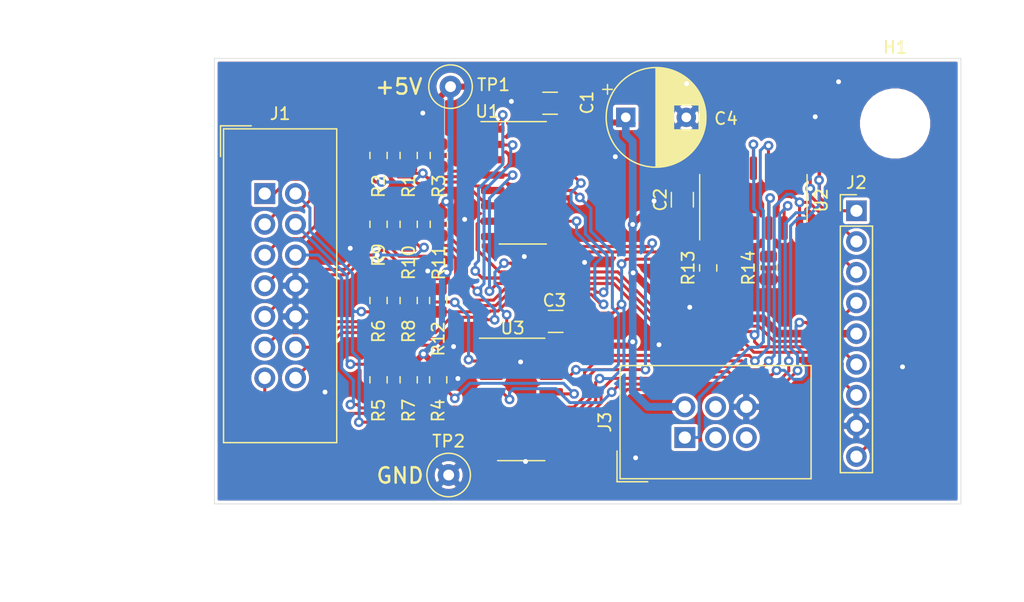
<source format=kicad_pcb>
(kicad_pcb (version 20171130) (host pcbnew "(5.1.4)-1")
  (layers (0 F.Cu signal) (31 B.Cu signal) (34 B.Paste user) (35 F.Paste user) (36 B.SilkS user) (37 F.SilkS user) (38 B.Mask user) (39 F.Mask user) (44 Edge.Cuts user))
  (net 0 "")
  (net 1 TR)
  (net 2 GND)
  (net 3 TH)
  (net 4 TL)
  (net 5 +5V)
  (net 6 RIGHT)
  (net 7 LEFT)
  (net 8 DOWN)
  (net 9 UP)
  (net 10 BUTTON_A)
  (net 11 BUTTON_B)
  (net 12 BUTTON_C)
  (net 13 BUTTON_X)
  (net 14 BUTTON_Y)
  (net 15 BUTTON_Z)
  (net 16 BUTTON_UP)
  (net 17 BUTTON_DOWN)
  (net 18 BUTTON_LEFT)
  (net 19 BUTTON_RIGHT)
  (net 20 BUTTON_START)
  (net 21 BUTTON_MODE)
  (net 22 "Net-(U1-Pad12)")
  (net 23 "Net-(U1-Pad9)")
  (net 24 "Net-(J3-Pad1)")
  (net 25 "Net-(R13-Pad2)")
  (net 26 "Net-(R14-Pad2)")
  (module Resistor_SMD:R_0805_2012Metric (layer F.Cu) (at 114.4524 46.1264 270)
    (fp_text reference R2 (at 2.539999 0 90) (layer F.SilkS))
    (fp_text value 75k)
    (pad 2 smd roundrect (at 0.9375 0 270) (size 0.975 1.4) (layers F.Cu F.Paste F.Mask) (net 11 BUTTON_B))
    (pad 1 smd roundrect (at -0.9375 0 270) (size 0.975 1.4) (layers F.Cu F.Paste F.Mask) (net 5 +5V))
  )
  (module Resistor_SMD:R_0805_2012Metric (layer F.Cu) (at 119.4308 46.1264 270)
    (fp_text reference R3 (at 2.54 0 90) (layer F.SilkS))
    (fp_text value 75k)
    (pad 2 smd roundrect (at 0.9375 0 270) (size 0.975 1.4) (layers F.Cu F.Paste F.Mask) (net 12 BUTTON_C))
    (pad 1 smd roundrect (at -0.9375 0 270) (size 0.975 1.4) (layers F.Cu F.Paste F.Mask) (net 5 +5V))
  )
  (module Resistor_SMD:R_0805_2012Metric (layer F.Cu) (at 116.9416 46.1264 270)
    (fp_text reference R1 (at 2.539999 0 90) (layer F.SilkS))
    (fp_text value 75k)
    (pad 2 smd roundrect (at 0.9375 0 270) (size 0.975 1.4) (layers F.Cu F.Paste F.Mask) (net 10 BUTTON_A))
    (pad 1 smd roundrect (at -0.9375 0 270) (size 0.975 1.4) (layers F.Cu F.Paste F.Mask) (net 5 +5V))
  )
  (module MountingHole:MountingHole_5.3mm_M5 (layer F.Cu) (at 157.1244 43.4848)
    (fp_text reference H1 (at 0 -6.3) (layer F.SilkS))
    (fp_text value MountingHole)
    (pad 1 np_thru_hole circle (at 0 0) (size 5.3 5.3) (drill 5.3) (layers *.Cu *.Mask))
  )
  (module Capacitor_SMD:C_1206_3216Metric (layer F.Cu) (at 129.0828 59.8424 180)
    (fp_text reference C3 (at 0.1016 1.7272) (layer F.SilkS))
    (fp_text value 0.1u)
    (pad 2 smd roundrect (at 1.4 0 180) (size 1.25 1.75) (layers F.Cu F.Paste F.Mask) (roundrect_rratio 0.2) (net 2 GND))
    (pad 1 smd roundrect (at -1.4 0 180) (size 1.25 1.75) (layers F.Cu F.Paste F.Mask) (roundrect_rratio 0.2) (net 5 +5V))
  )
  (module Capacitor_SMD:C_1206_3216Metric (layer F.Cu) (at 139.5476 49.784 90)
    (fp_text reference C2 (at 0 -1.82 90) (layer F.SilkS))
    (fp_text value 0.1u)
    (pad 2 smd roundrect (at 1.4 0 90) (size 1.25 1.75) (layers F.Cu F.Paste F.Mask) (roundrect_rratio 0.2) (net 2 GND))
    (pad 1 smd roundrect (at -1.4 0 90) (size 1.25 1.75) (layers F.Cu F.Paste F.Mask) (roundrect_rratio 0.2) (net 5 +5V))
  )
  (module Capacitor_SMD:C_1206_3216Metric (layer F.Cu) (at 128.6256 41.8084 180)
    (fp_text reference C1 (at -3.048 0.0508 270) (layer F.SilkS))
    (fp_text value 0.1u)
    (pad 2 smd roundrect (at 1.4 0 180) (size 1.25 1.75) (layers F.Cu F.Paste F.Mask) (roundrect_rratio 0.2) (net 2 GND))
    (pad 1 smd roundrect (at -1.4 0 180) (size 1.25 1.75) (layers F.Cu F.Paste F.Mask) (roundrect_rratio 0.2) (net 5 +5V))
  )
  (module TestPoint:TestPoint_Loop_D3.50mm_Drill0.9mm_Beaded (layer F.Cu) (at 120.2436 72.5424)
    (fp_text reference TP2 (at 0 -2.794) (layer F.SilkS))
    (fp_text value TestPoint)
    (pad 1 thru_hole circle (at 0 0) (size 1.8 1.8) (drill 0.9) (layers *.Cu *.Mask) (net 2 GND))
  )
  (module TestPoint:TestPoint_Loop_D3.50mm_Drill0.9mm_Beaded (layer F.Cu) (at 120.396 40.4368)
    (fp_text reference TP1 (at 3.556 -0.1524) (layer F.SilkS))
    (fp_text value TestPoint)
    (pad 1 thru_hole circle (at 0 0) (size 1.8 1.8) (drill 0.9) (layers *.Cu *.Mask) (net 5 +5V))
  )
  (module Resistor_SMD:R_0805_2012Metric (layer F.Cu) (at 146.6596 55.4228 90)
    (fp_text reference R14 (at 0 -1.65 90) (layer F.SilkS))
    (fp_text value 100k)
    (pad 2 smd roundrect (at 0.9375 0 90) (size 0.975 1.4) (layers F.Cu F.Paste F.Mask) (net 26 "Net-(R14-Pad2)"))
    (pad 1 smd roundrect (at -0.9375 0 90) (size 0.975 1.4) (layers F.Cu F.Paste F.Mask) (net 2 GND))
  )
  (module Resistor_SMD:R_0805_2012Metric (layer F.Cu) (at 141.6812 55.4228 90)
    (fp_text reference R13 (at 0 -1.65 90) (layer F.SilkS))
    (fp_text value 100k)
    (pad 2 smd roundrect (at 0.9375 0 90) (size 0.975 1.4) (layers F.Cu F.Paste F.Mask) (net 25 "Net-(R13-Pad2)"))
    (pad 1 smd roundrect (at -0.9375 0 90) (size 0.975 1.4) (layers F.Cu F.Paste F.Mask) (net 2 GND))
  )
  (module Capacitor_THT:CP_Radial_D8.0mm_P5.00mm (layer F.Cu) (at 134.874 42.9768)
    (fp_text reference C4 (at 8.2804 0.1016) (layer F.SilkS))
    (fp_text value 10u)
    (pad 2 thru_hole circle (at 5 0) (size 1.6 1.6) (drill 0.8) (layers *.Cu *.Mask) (net 2 GND))
    (pad 1 thru_hole rect (at 0 0) (size 1.6 1.6) (drill 0.8) (layers *.Cu *.Mask) (net 5 +5V))
  )
  (module Connector_IDC:IDC-Header_2x03_P2.54mm_Vertical (layer F.Cu) (at 139.7508 69.4436 90)
    (fp_text reference J3 (at 1.27 -6.604 90) (layer F.SilkS))
    (fp_text value Conn_02x03_Odd_Even)
    (pad 6 thru_hole oval (at 2.54 5.08 90) (size 1.7272 1.7272) (drill 1.016) (layers *.Cu *.Mask) (net 2 GND))
    (pad 5 thru_hole oval (at 0 5.08 90) (size 1.7272 1.7272) (drill 1.016) (layers *.Cu *.Mask))
    (pad 4 thru_hole oval (at 2.54 2.54 90) (size 1.7272 1.7272) (drill 1.016) (layers *.Cu *.Mask))
    (pad 3 thru_hole oval (at 0 2.54 90) (size 1.7272 1.7272) (drill 1.016) (layers *.Cu *.Mask))
    (pad 2 thru_hole oval (at 2.54 0 90) (size 1.7272 1.7272) (drill 1.016) (layers *.Cu *.Mask) (net 5 +5V))
    (pad 1 thru_hole rect (at 0 0 90) (size 1.7272 1.7272) (drill 1.016) (layers *.Cu *.Mask) (net 24 "Net-(J3-Pad1)"))
  )
  (module Package_SO:SOIC-16_3.9x9.9mm_P1.27mm (layer F.Cu) (at 126.238 66.294)
    (fp_text reference U3 (at -0.7112 -5.9) (layer F.SilkS))
    (fp_text value 74HC257)
    (pad 16 smd roundrect (at 2.475 -4.445) (size 1.95 0.6) (layers F.Cu F.Paste F.Mask) (net 5 +5V))
    (pad 15 smd roundrect (at 2.475 -3.175) (size 1.95 0.6) (layers F.Cu F.Paste F.Mask) (net 26 "Net-(R14-Pad2)"))
    (pad 14 smd roundrect (at 2.475 -1.905) (size 1.95 0.6) (layers F.Cu F.Paste F.Mask) (net 22 "Net-(U1-Pad12)"))
    (pad 13 smd roundrect (at 2.475 -0.635) (size 1.95 0.6) (layers F.Cu F.Paste F.Mask) (net 13 BUTTON_X))
    (pad 12 smd roundrect (at 2.475 0.635) (size 1.95 0.6) (layers F.Cu F.Paste F.Mask) (net 7 LEFT))
    (pad 11 smd roundrect (at 2.475 1.905) (size 1.95 0.6) (layers F.Cu F.Paste F.Mask) (net 23 "Net-(U1-Pad9)"))
    (pad 10 smd roundrect (at 2.475 3.175) (size 1.95 0.6) (layers F.Cu F.Paste F.Mask) (net 21 BUTTON_MODE))
    (pad 9 smd roundrect (at 2.475 4.445) (size 1.95 0.6) (layers F.Cu F.Paste F.Mask) (net 6 RIGHT))
    (pad 8 smd roundrect (at -2.475 4.445) (size 1.95 0.6) (layers F.Cu F.Paste F.Mask) (net 2 GND))
    (pad 7 smd roundrect (at -2.475 3.175) (size 1.95 0.6) (layers F.Cu F.Paste F.Mask) (net 9 UP))
    (pad 6 smd roundrect (at -2.475 1.905) (size 1.95 0.6) (layers F.Cu F.Paste F.Mask) (net 15 BUTTON_Z))
    (pad 5 smd roundrect (at -2.475 0.635) (size 1.95 0.6) (layers F.Cu F.Paste F.Mask) (net 16 BUTTON_UP))
    (pad 4 smd roundrect (at -2.475 -0.635) (size 1.95 0.6) (layers F.Cu F.Paste F.Mask) (net 8 DOWN))
    (pad 3 smd roundrect (at -2.475 -1.905) (size 1.95 0.6) (layers F.Cu F.Paste F.Mask) (net 14 BUTTON_Y))
    (pad 2 smd roundrect (at -2.475 -3.175) (size 1.95 0.6) (layers F.Cu F.Paste F.Mask) (net 17 BUTTON_DOWN))
    (pad 1 smd roundrect (at -2.475 -4.445) (size 1.95 0.6) (layers F.Cu F.Paste F.Mask) (net 25 "Net-(R13-Pad2)"))
  )
  (module Package_SO:SOIC-14_3.9x8.7mm_P1.27mm (layer F.Cu) (at 145.415 49.657 90)
    (fp_text reference U2 (at -0.1778 5.6134 90) (layer F.SilkS))
    (fp_text value ATtiny404-SS)
    (pad 14 smd roundrect (at 2.475 -3.81 90) (size 1.95 0.6) (layers F.Cu F.Paste F.Mask) (net 2 GND))
    (pad 13 smd roundrect (at 2.475 -2.54 90) (size 1.95 0.6) (layers F.Cu F.Paste F.Mask))
    (pad 12 smd roundrect (at 2.475 -1.27 90) (size 1.95 0.6) (layers F.Cu F.Paste F.Mask))
    (pad 11 smd roundrect (at 2.475 0 90) (size 1.95 0.6) (layers F.Cu F.Paste F.Mask) (net 3 TH))
    (pad 10 smd roundrect (at 2.475 1.27 90) (size 1.95 0.6) (layers F.Cu F.Paste F.Mask) (net 24 "Net-(J3-Pad1)"))
    (pad 9 smd roundrect (at 2.475 2.54 90) (size 1.95 0.6) (layers F.Cu F.Paste F.Mask) (net 9 UP))
    (pad 8 smd roundrect (at 2.475 3.81 90) (size 1.95 0.6) (layers F.Cu F.Paste F.Mask) (net 8 DOWN))
    (pad 7 smd roundrect (at -2.475 3.81 90) (size 1.95 0.6) (layers F.Cu F.Paste F.Mask) (net 7 LEFT))
    (pad 6 smd roundrect (at -2.475 2.54 90) (size 1.95 0.6) (layers F.Cu F.Paste F.Mask) (net 6 RIGHT))
    (pad 5 smd roundrect (at -2.475 1.27 90) (size 1.95 0.6) (layers F.Cu F.Paste F.Mask) (net 26 "Net-(R14-Pad2)"))
    (pad 4 smd roundrect (at -2.475 0 90) (size 1.95 0.6) (layers F.Cu F.Paste F.Mask))
    (pad 3 smd roundrect (at -2.475 -1.27 90) (size 1.95 0.6) (layers F.Cu F.Paste F.Mask) (net 21 BUTTON_MODE))
    (pad 2 smd roundrect (at -2.475 -2.54 90) (size 1.95 0.6) (layers F.Cu F.Paste F.Mask) (net 25 "Net-(R13-Pad2)"))
    (pad 1 smd roundrect (at -2.475 -3.81 90) (size 1.95 0.6) (layers F.Cu F.Paste F.Mask) (net 5 +5V))
  )
  (module Package_SO:SOIC-16_3.9x9.9mm_P1.27mm (layer F.Cu) (at 126.365 48.387)
    (fp_text reference U1 (at -2.921 -5.9) (layer F.SilkS))
    (fp_text value 74HC257)
    (pad 16 smd roundrect (at 2.475 -4.445) (size 1.95 0.6) (layers F.Cu F.Paste F.Mask) (net 5 +5V))
    (pad 15 smd roundrect (at 2.475 -3.175) (size 1.95 0.6) (layers F.Cu F.Paste F.Mask) (net 2 GND))
    (pad 14 smd roundrect (at 2.475 -1.905) (size 1.95 0.6) (layers F.Cu F.Paste F.Mask) (net 2 GND))
    (pad 13 smd roundrect (at 2.475 -0.635) (size 1.95 0.6) (layers F.Cu F.Paste F.Mask) (net 18 BUTTON_LEFT))
    (pad 12 smd roundrect (at 2.475 0.635) (size 1.95 0.6) (layers F.Cu F.Paste F.Mask) (net 22 "Net-(U1-Pad12)"))
    (pad 11 smd roundrect (at 2.475 1.905) (size 1.95 0.6) (layers F.Cu F.Paste F.Mask) (net 2 GND))
    (pad 10 smd roundrect (at 2.475 3.175) (size 1.95 0.6) (layers F.Cu F.Paste F.Mask) (net 19 BUTTON_RIGHT))
    (pad 9 smd roundrect (at 2.475 4.445) (size 1.95 0.6) (layers F.Cu F.Paste F.Mask) (net 23 "Net-(U1-Pad9)"))
    (pad 8 smd roundrect (at -2.475 4.445) (size 1.95 0.6) (layers F.Cu F.Paste F.Mask) (net 2 GND))
    (pad 7 smd roundrect (at -2.475 3.175) (size 1.95 0.6) (layers F.Cu F.Paste F.Mask) (net 4 TL))
    (pad 6 smd roundrect (at -2.475 1.905) (size 1.95 0.6) (layers F.Cu F.Paste F.Mask) (net 11 BUTTON_B))
    (pad 5 smd roundrect (at -2.475 0.635) (size 1.95 0.6) (layers F.Cu F.Paste F.Mask) (net 10 BUTTON_A))
    (pad 4 smd roundrect (at -2.475 -0.635) (size 1.95 0.6) (layers F.Cu F.Paste F.Mask) (net 1 TR))
    (pad 3 smd roundrect (at -2.475 -1.905) (size 1.95 0.6) (layers F.Cu F.Paste F.Mask) (net 12 BUTTON_C))
    (pad 2 smd roundrect (at -2.475 -3.175) (size 1.95 0.6) (layers F.Cu F.Paste F.Mask) (net 20 BUTTON_START))
    (pad 1 smd roundrect (at -2.475 -4.445) (size 1.95 0.6) (layers F.Cu F.Paste F.Mask) (net 3 TH))
  )
  (module Resistor_SMD:R_0805_2012Metric (layer F.Cu) (at 119.38 58.1152 270)
    (fp_text reference R12 (at 3.175 0 90) (layer F.SilkS))
    (fp_text value 75k)
    (pad 2 smd roundrect (at 0.9375 0 270) (size 0.975 1.4) (layers F.Cu F.Paste F.Mask) (net 21 BUTTON_MODE))
    (pad 1 smd roundrect (at -0.9375 0 270) (size 0.975 1.4) (layers F.Cu F.Paste F.Mask) (net 5 +5V))
  )
  (module Resistor_SMD:R_0805_2012Metric (layer F.Cu) (at 119.4308 51.816 270)
    (fp_text reference R11 (at 3.175 0 90) (layer F.SilkS))
    (fp_text value 75k)
    (pad 2 smd roundrect (at 0.9375 0 270) (size 0.975 1.4) (layers F.Cu F.Paste F.Mask) (net 20 BUTTON_START))
    (pad 1 smd roundrect (at -0.9375 0 270) (size 0.975 1.4) (layers F.Cu F.Paste F.Mask) (net 5 +5V))
  )
  (module Resistor_SMD:R_0805_2012Metric (layer F.Cu) (at 116.9416 51.816 270)
    (fp_text reference R10 (at 3.16 0 90) (layer F.SilkS))
    (fp_text value 75k)
    (pad 2 smd roundrect (at 0.9375 0 270) (size 0.975 1.4) (layers F.Cu F.Paste F.Mask) (net 19 BUTTON_RIGHT))
    (pad 1 smd roundrect (at -0.9375 0 270) (size 0.975 1.4) (layers F.Cu F.Paste F.Mask) (net 5 +5V))
  )
  (module Resistor_SMD:R_0805_2012Metric (layer F.Cu) (at 114.4524 51.816 270)
    (fp_text reference R9 (at 2.54 0 90) (layer F.SilkS))
    (fp_text value 75k)
    (pad 2 smd roundrect (at 0.9375 0 270) (size 0.975 1.4) (layers F.Cu F.Paste F.Mask) (net 18 BUTTON_LEFT))
    (pad 1 smd roundrect (at -0.9375 0 270) (size 0.975 1.4) (layers F.Cu F.Paste F.Mask) (net 5 +5V))
  )
  (module Resistor_SMD:R_0805_2012Metric (layer F.Cu) (at 116.9416 58.1152 270)
    (fp_text reference R8 (at 2.54 0 90) (layer F.SilkS))
    (fp_text value 75k)
    (pad 2 smd roundrect (at 0.9375 0 270) (size 0.975 1.4) (layers F.Cu F.Paste F.Mask) (net 17 BUTTON_DOWN))
    (pad 1 smd roundrect (at -0.9375 0 270) (size 0.975 1.4) (layers F.Cu F.Paste F.Mask) (net 5 +5V))
  )
  (module Resistor_SMD:R_0805_2012Metric (layer F.Cu) (at 116.9416 64.6684 270)
    (fp_text reference R7 (at 2.54 0 90) (layer F.SilkS))
    (fp_text value 75k)
    (pad 2 smd roundrect (at 0.9375 0 270) (size 0.975 1.4) (layers F.Cu F.Paste F.Mask) (net 16 BUTTON_UP))
    (pad 1 smd roundrect (at -0.9375 0 270) (size 0.975 1.4) (layers F.Cu F.Paste F.Mask) (net 5 +5V))
  )
  (module Resistor_SMD:R_0805_2012Metric (layer F.Cu) (at 114.4524 58.1152 270)
    (fp_text reference R6 (at 2.539999 0 90) (layer F.SilkS))
    (fp_text value 75k)
    (pad 2 smd roundrect (at 0.9375 0 270) (size 0.975 1.4) (layers F.Cu F.Paste F.Mask) (net 15 BUTTON_Z))
    (pad 1 smd roundrect (at -0.9375 0 270) (size 0.975 1.4) (layers F.Cu F.Paste F.Mask) (net 5 +5V))
  )
  (module Resistor_SMD:R_0805_2012Metric (layer F.Cu) (at 114.4524 64.6684 270)
    (fp_text reference R5 (at 2.54 0 90) (layer F.SilkS))
    (fp_text value 75k)
    (pad 1 smd roundrect (at -0.9375 0 270) (size 0.975 1.4) (layers F.Cu F.Paste F.Mask) (net 5 +5V))
    (pad 2 smd roundrect (at 0.9375 0 270) (size 0.975 1.4) (layers F.Cu F.Paste F.Mask) (net 14 BUTTON_Y))
  )
  (module Resistor_SMD:R_0805_2012Metric (layer F.Cu) (at 119.38 64.6684 270)
    (fp_text reference R4 (at 2.54 0 90) (layer F.SilkS))
    (fp_text value 75k)
    (pad 2 smd roundrect (at 0.9375 0 270) (size 0.975 1.4) (layers F.Cu F.Paste F.Mask) (net 13 BUTTON_X))
    (pad 1 smd roundrect (at -0.9375 0 270) (size 0.975 1.4) (layers F.Cu F.Paste F.Mask) (net 5 +5V))
  )
  (module Connector_PinHeader_2.54mm:PinHeader_1x09_P2.54mm_Vertical (layer F.Cu) (at 153.924 50.6984)
    (fp_text reference J2 (at 0 -2.33) (layer F.SilkS))
    (fp_text value DB9_Female)
    (pad 9 thru_hole oval (at 0 20.32) (size 1.7 1.7) (drill 1) (layers *.Cu *.Mask) (net 1 TR))
    (pad 8 thru_hole oval (at 0 17.78) (size 1.7 1.7) (drill 1) (layers *.Cu *.Mask) (net 2 GND))
    (pad 7 thru_hole oval (at 0 15.24) (size 1.7 1.7) (drill 1) (layers *.Cu *.Mask) (net 3 TH))
    (pad 6 thru_hole oval (at 0 12.7) (size 1.7 1.7) (drill 1) (layers *.Cu *.Mask) (net 4 TL))
    (pad 5 thru_hole oval (at 0 10.16) (size 1.7 1.7) (drill 1) (layers *.Cu *.Mask) (net 5 +5V))
    (pad 4 thru_hole oval (at 0 7.62) (size 1.7 1.7) (drill 1) (layers *.Cu *.Mask) (net 6 RIGHT))
    (pad 3 thru_hole oval (at 0 5.08) (size 1.7 1.7) (drill 1) (layers *.Cu *.Mask) (net 7 LEFT))
    (pad 2 thru_hole oval (at 0 2.54) (size 1.7 1.7) (drill 1) (layers *.Cu *.Mask) (net 8 DOWN))
    (pad 1 thru_hole rect (at 0 0) (size 1.7 1.7) (drill 1) (layers *.Cu *.Mask) (net 9 UP))
  )
  (module Connector_IDC:IDC-Header_2x07_P2.54mm_Vertical (layer F.Cu) (at 105.0544 49.276)
    (fp_text reference J1 (at 1.27 -6.604) (layer F.SilkS))
    (fp_text value Conn_02x07_Odd_Even)
    (pad 14 thru_hole oval (at 2.54 15.24) (size 1.7272 1.7272) (drill 1.016) (layers *.Cu *.Mask) (net 20 BUTTON_START))
    (pad 13 thru_hole oval (at 0 15.24) (size 1.7272 1.7272) (drill 1.016) (layers *.Cu *.Mask) (net 16 BUTTON_UP))
    (pad 12 thru_hole oval (at 2.54 12.7) (size 1.7272 1.7272) (drill 1.016) (layers *.Cu *.Mask) (net 21 BUTTON_MODE))
    (pad 11 thru_hole oval (at 0 12.7) (size 1.7272 1.7272) (drill 1.016) (layers *.Cu *.Mask) (net 17 BUTTON_DOWN))
    (pad 10 thru_hole oval (at 2.54 10.16) (size 1.7272 1.7272) (drill 1.016) (layers *.Cu *.Mask) (net 2 GND))
    (pad 9 thru_hole oval (at 0 10.16) (size 1.7272 1.7272) (drill 1.016) (layers *.Cu *.Mask) (net 19 BUTTON_RIGHT))
    (pad 8 thru_hole oval (at 2.54 7.62) (size 1.7272 1.7272) (drill 1.016) (layers *.Cu *.Mask) (net 2 GND))
    (pad 7 thru_hole oval (at 0 7.62) (size 1.7272 1.7272) (drill 1.016) (layers *.Cu *.Mask) (net 18 BUTTON_LEFT))
    (pad 6 thru_hole oval (at 2.54 5.08) (size 1.7272 1.7272) (drill 1.016) (layers *.Cu *.Mask) (net 13 BUTTON_X))
    (pad 5 thru_hole oval (at 0 5.08) (size 1.7272 1.7272) (drill 1.016) (layers *.Cu *.Mask) (net 10 BUTTON_A))
    (pad 4 thru_hole oval (at 2.54 2.54) (size 1.7272 1.7272) (drill 1.016) (layers *.Cu *.Mask) (net 14 BUTTON_Y))
    (pad 3 thru_hole oval (at 0 2.54) (size 1.7272 1.7272) (drill 1.016) (layers *.Cu *.Mask) (net 11 BUTTON_B))
    (pad 2 thru_hole oval (at 2.54 0) (size 1.7272 1.7272) (drill 1.016) (layers *.Cu *.Mask) (net 15 BUTTON_Z))
    (pad 1 thru_hole rect (at 0 0) (size 1.7272 1.7272) (drill 1.016) (layers *.Cu *.Mask) (net 12 BUTTON_C))
  )
  (gr_text +5V (at 116.1288 40.4368) (layer F.SilkS) (effects (font (size 1.27 1.27) (thickness 0.2032))))
  (gr_text GND (at 116.2304 72.5932) (layer F.SilkS) (effects (font (size 1.27 1.27) (thickness 0.2032))))
  (gr_line (start 100.8888 74.93) (end 100.8888 38.1) (layer Edge.Cuts) (width 0.05))
  (gr_line (start 162.56 74.93) (end 100.8888 74.93) (layer Edge.Cuts) (width 0.05))
  (gr_line (start 162.56 38.1) (end 162.56 74.93) (layer Edge.Cuts) (width 0.05))
  (gr_line (start 100.8888 38.1) (end 162.56 38.1) (layer Edge.Cuts) (width 0.05))
  (via (at 123.614962 57.34601) (size 0.8) (drill 0.4) (layers F.Cu B.Cu) (net 1))
  (segment (start 155.099001 69.843399) (end 153.924 71.0184) (width 0.25) (layer F.Cu) (net 1))
  (segment (start 155.099001 67.724401) (end 155.099001 69.843399) (width 0.25) (layer F.Cu) (net 1))
  (segment (start 153.359999 67.113401) (end 154.488001 67.113401) (width 0.25) (layer F.Cu) (net 1))
  (segment (start 152.2984 66.051802) (end 153.359999 67.113401) (width 0.25) (layer F.Cu) (net 1))
  (segment (start 152.2984 63.5) (end 152.2984 66.051802) (width 0.25) (layer F.Cu) (net 1))
  (segment (start 151.192399 62.393999) (end 152.2984 63.5) (width 0.25) (layer F.Cu) (net 1))
  (segment (start 124.249963 56.711009) (end 133.882414 56.71101) (width 0.25) (layer F.Cu) (net 1))
  (segment (start 138.305435 61.134031) (end 144.193441 61.134031) (width 0.25) (layer F.Cu) (net 1))
  (segment (start 154.488001 67.113401) (end 155.099001 67.724401) (width 0.25) (layer F.Cu) (net 1))
  (segment (start 123.614962 57.34601) (end 124.249963 56.711009) (width 0.25) (layer F.Cu) (net 1))
  (segment (start 144.193441 61.134031) (end 145.453409 62.393999) (width 0.25) (layer F.Cu) (net 1))
  (segment (start 133.882414 56.71101) (end 138.305435 61.134031) (width 0.25) (layer F.Cu) (net 1))
  (segment (start 145.453409 62.393999) (end 151.192399 62.393999) (width 0.25) (layer F.Cu) (net 1))
  (via (at 125.5268 47.752) (size 0.8) (drill 0.4) (layers F.Cu B.Cu) (net 1))
  (segment (start 123.89 47.752) (end 125.5268 47.752) (width 0.25) (layer F.Cu) (net 1))
  (segment (start 123.614962 49.663838) (end 125.5268 47.752) (width 0.25) (layer B.Cu) (net 1))
  (segment (start 123.614962 57.34601) (end 123.614962 49.663838) (width 0.25) (layer B.Cu) (net 1))
  (via (at 126.492 54.483) (size 0.8) (drill 0.4) (layers F.Cu B.Cu) (net 2))
  (via (at 137.2108 49.8856) (size 0.8) (drill 0.4) (layers F.Cu B.Cu) (net 2))
  (via (at 126.1872 63.1952) (size 0.8) (drill 0.4) (layers F.Cu B.Cu) (net 2))
  (via (at 135.6868 71.12) (size 0.8) (drill 0.4) (layers F.Cu B.Cu) (net 2))
  (via (at 140.1572 58.674) (size 0.8) (drill 0.4) (layers F.Cu B.Cu) (net 2))
  (via (at 134.0104 46.228) (size 0.8) (drill 0.4) (layers F.Cu B.Cu) (net 2))
  (via (at 139.9032 40.1828) (size 0.8) (drill 0.4) (layers F.Cu B.Cu) (net 2))
  (via (at 126.5936 71.4248) (size 0.8) (drill 0.4) (layers F.Cu B.Cu) (net 2))
  (via (at 125.4252 41.656) (size 0.8) (drill 0.4) (layers F.Cu B.Cu) (net 2))
  (via (at 137.6172 61.7728) (size 0.8) (drill 0.4) (layers F.Cu B.Cu) (net 2))
  (via (at 131.4704 54.9656) (size 0.8) (drill 0.4) (layers F.Cu B.Cu) (net 2))
  (via (at 150.5204 42.926) (size 0.8) (drill 0.4) (layers F.Cu B.Cu) (net 2))
  (via (at 152.4508 40.0304) (size 0.8) (drill 0.4) (layers F.Cu B.Cu) (net 2))
  (via (at 157.734 63.6016) (size 0.8) (drill 0.4) (layers F.Cu B.Cu) (net 2))
  (via (at 121.5644 51.4096) (size 0.8) (drill 0.4) (layers F.Cu B.Cu) (net 2))
  (via (at 112.1156 53.7972) (size 0.8) (drill 0.4) (layers F.Cu B.Cu) (net 2))
  (via (at 118.5164 55.6768) (size 0.8) (drill 0.4) (layers F.Cu B.Cu) (net 2))
  (via (at 110.0328 65.6844) (size 0.8) (drill 0.4) (layers F.Cu B.Cu) (net 2))
  (via (at 120.65 61.9252) (size 0.8) (drill 0.4) (layers F.Cu B.Cu) (net 2))
  (via (at 121.0056 64.5668) (size 0.8) (drill 0.4) (layers F.Cu B.Cu) (net 2))
  (via (at 118.11 42.6212) (size 0.8) (drill 0.4) (layers F.Cu B.Cu) (net 2))
  (segment (start 145.415 47.182) (end 145.415 45.212) (width 0.25) (layer F.Cu) (net 3))
  (via (at 145.415 45.212) (size 0.8) (drill 0.4) (layers F.Cu B.Cu) (net 3))
  (segment (start 145.4404 45.2374) (end 145.415 45.212) (width 0.25) (layer B.Cu) (net 3))
  (segment (start 145.4404 50.528212) (end 145.4404 45.2374) (width 0.25) (layer B.Cu) (net 3))
  (segment (start 145.78498 50.872792) (end 145.4404 50.528212) (width 0.25) (layer B.Cu) (net 3))
  (segment (start 134.086599 56.260999) (end 138.509621 60.684021) (width 0.25) (layer F.Cu) (net 3))
  (segment (start 138.509621 60.684021) (end 145.235 60.684021) (width 0.25) (layer F.Cu) (net 3))
  (segment (start 145.235 60.684021) (end 145.50999 60.959011) (width 0.25) (layer F.Cu) (net 3))
  (via (at 145.50999 60.959011) (size 0.8) (drill 0.4) (layers F.Cu B.Cu) (net 3))
  (segment (start 145.78498 60.684021) (end 145.50999 60.959011) (width 0.25) (layer B.Cu) (net 3))
  (segment (start 145.78498 58.22782) (end 145.78498 60.684021) (width 0.25) (layer B.Cu) (net 3))
  (segment (start 145.78498 58.22782) (end 145.78498 50.872792) (width 0.25) (layer B.Cu) (net 3))
  (segment (start 145.78498 60.86942) (end 145.78498 58.22782) (width 0.25) (layer B.Cu) (net 3))
  (segment (start 145.50999 61.524696) (end 145.929283 61.943989) (width 0.25) (layer F.Cu) (net 3))
  (segment (start 145.50999 60.959011) (end 145.50999 61.524696) (width 0.25) (layer F.Cu) (net 3))
  (segment (start 152.748999 64.763399) (end 153.924 65.9384) (width 0.25) (layer F.Cu) (net 3))
  (segment (start 152.748999 63.314189) (end 152.748999 64.763399) (width 0.25) (layer F.Cu) (net 3))
  (segment (start 151.3788 61.94399) (end 152.748999 63.314189) (width 0.25) (layer F.Cu) (net 3))
  (segment (start 145.929283 61.943989) (end 151.3788 61.94399) (width 0.25) (layer F.Cu) (net 3))
  (via (at 122.439952 55.6768) (size 0.8) (drill 0.4) (layers F.Cu B.Cu) (net 3))
  (segment (start 123.024151 56.260999) (end 122.439952 55.6768) (width 0.25) (layer F.Cu) (net 3))
  (segment (start 124.536199 56.260999) (end 123.024151 56.260999) (width 0.25) (layer F.Cu) (net 3))
  (segment (start 124.536199 56.260999) (end 134.086599 56.260999) (width 0.25) (layer F.Cu) (net 3))
  (segment (start 123.113801 56.260999) (end 124.536199 56.260999) (width 0.25) (layer F.Cu) (net 3))
  (segment (start 122.714942 54.836125) (end 122.714943 48.854445) (width 0.25) (layer B.Cu) (net 3))
  (segment (start 122.439952 55.6768) (end 122.439952 55.111115) (width 0.25) (layer B.Cu) (net 3))
  (segment (start 122.439952 55.111115) (end 122.714942 54.836125) (width 0.25) (layer B.Cu) (net 3))
  (via (at 124.714 42.7736) (size 0.8) (drill 0.4) (layers F.Cu B.Cu) (net 3))
  (segment (start 122.714943 48.854445) (end 124.714 46.855388) (width 0.25) (layer B.Cu) (net 3))
  (segment (start 124.714 46.855388) (end 124.714 42.7736) (width 0.25) (layer B.Cu) (net 3))
  (segment (start 124.714 43.118) (end 123.89 43.942) (width 0.25) (layer F.Cu) (net 3))
  (segment (start 124.714 42.7736) (end 124.714 43.118) (width 0.25) (layer F.Cu) (net 3))
  (segment (start 122.815 51.562) (end 123.89 51.562) (width 0.25) (layer F.Cu) (net 4))
  (segment (start 122.58999 51.78701) (end 122.815 51.562) (width 0.25) (layer F.Cu) (net 4))
  (segment (start 122.58999 53.90839) (end 122.58999 51.78701) (width 0.25) (layer F.Cu) (net 4))
  (segment (start 124.4346 55.753) (end 122.58999 53.90839) (width 0.25) (layer F.Cu) (net 4))
  (segment (start 134.21501 55.753) (end 124.4346 55.753) (width 0.25) (layer F.Cu) (net 4))
  (segment (start 138.696021 60.234011) (end 134.21501 55.753) (width 0.25) (layer F.Cu) (net 4))
  (segment (start 153.074001 62.548401) (end 152.619621 62.548401) (width 0.25) (layer F.Cu) (net 4))
  (segment (start 153.924 63.3984) (end 153.074001 62.548401) (width 0.25) (layer F.Cu) (net 4))
  (segment (start 145.857991 60.23401) (end 138.696021 60.234011) (width 0.25) (layer F.Cu) (net 4))
  (segment (start 152.619621 62.548401) (end 151.565199 61.493981) (width 0.25) (layer F.Cu) (net 4))
  (segment (start 147.117962 61.493981) (end 145.857991 60.23401) (width 0.25) (layer F.Cu) (net 4))
  (segment (start 151.565199 61.493981) (end 147.117962 61.493981) (width 0.25) (layer F.Cu) (net 4))
  (segment (start 128.9139 43.8681) (end 128.84 43.942) (width 0.508) (layer F.Cu) (net 5))
  (segment (start 135.382 43.4848) (end 134.874 42.9768) (width 0.635) (layer B.Cu) (net 5))
  (segment (start 134.62 42.7228) (end 134.874 42.9768) (width 0.635) (layer F.Cu) (net 5))
  (segment (start 134.874 44.4118) (end 134.874 42.9768) (width 0.635) (layer B.Cu) (net 5))
  (segment (start 135.4455 44.9833) (end 134.874 44.4118) (width 0.635) (layer B.Cu) (net 5))
  (via (at 135.4455 51.8287) (size 0.8) (drill 0.4) (layers F.Cu B.Cu) (net 5))
  (segment (start 135.4455 51.8287) (end 135.4455 44.9833) (width 0.635) (layer B.Cu) (net 5))
  (segment (start 135.4455 61.5315) (end 135.4455 51.8287) (width 0.635) (layer B.Cu) (net 5))
  (via (at 135.4455 61.5315) (size 0.8) (drill 0.4) (layers F.Cu B.Cu) (net 5))
  (segment (start 136.7028 66.9036) (end 139.7508 66.9036) (width 0.635) (layer B.Cu) (net 5))
  (segment (start 135.4455 61.5315) (end 135.4455 65.6463) (width 0.635) (layer B.Cu) (net 5))
  (segment (start 135.4455 65.6463) (end 136.7028 66.9036) (width 0.635) (layer B.Cu) (net 5))
  (segment (start 135.128 61.849) (end 135.4455 61.5315) (width 0.508) (layer F.Cu) (net 5))
  (segment (start 128.713 61.849) (end 135.128 61.849) (width 0.508) (layer F.Cu) (net 5))
  (segment (start 140.6988 52.132) (end 139.7508 51.184) (width 0.508) (layer F.Cu) (net 5))
  (segment (start 134.4452 43.4056) (end 134.874 42.9768) (width 0.508) (layer F.Cu) (net 5))
  (segment (start 131.7244 43.4056) (end 134.4452 43.4056) (width 0.508) (layer F.Cu) (net 5))
  (segment (start 140.4956 52.132) (end 141.1112 52.132) (width 0.508) (layer F.Cu) (net 5))
  (segment (start 139.5476 51.184) (end 140.4956 52.132) (width 0.508) (layer F.Cu) (net 5))
  (segment (start 141.605 52.132) (end 141.1112 52.132) (width 0.508) (layer F.Cu) (net 5))
  (segment (start 141.1112 52.132) (end 140.6988 52.132) (width 0.508) (layer F.Cu) (net 5))
  (segment (start 128.713 61.6122) (end 130.4828 59.8424) (width 0.508) (layer F.Cu) (net 5))
  (segment (start 128.713 61.849) (end 128.713 61.6122) (width 0.508) (layer F.Cu) (net 5))
  (segment (start 136.0902 51.184) (end 135.4455 51.8287) (width 0.508) (layer F.Cu) (net 5))
  (segment (start 139.5476 51.184) (end 136.0902 51.184) (width 0.508) (layer F.Cu) (net 5))
  (via (at 135.4836 55.8292) (size 0.8) (drill 0.4) (layers F.Cu B.Cu) (net 5))
  (segment (start 139.239611 59.585211) (end 135.4836 55.8292) (width 0.635) (layer F.Cu) (net 5))
  (segment (start 151.838264 60.8584) (end 151.831335 60.851471) (width 0.635) (layer F.Cu) (net 5))
  (segment (start 151.831335 60.851471) (end 147.465471 60.851471) (width 0.635) (layer F.Cu) (net 5))
  (segment (start 147.465471 60.851471) (end 146.205501 59.591501) (width 0.635) (layer F.Cu) (net 5))
  (segment (start 153.924 60.8584) (end 151.838264 60.8584) (width 0.635) (layer F.Cu) (net 5))
  (segment (start 146.205501 59.591501) (end 139.239611 59.591501) (width 0.635) (layer F.Cu) (net 5))
  (segment (start 139.239611 59.591501) (end 139.239611 59.585211) (width 0.635) (layer F.Cu) (net 5))
  (segment (start 128.7556 40.4368) (end 120.396 40.4368) (width 0.508) (layer F.Cu) (net 5))
  (segment (start 131.7244 43.4056) (end 128.7556 40.4368) (width 0.508) (layer F.Cu) (net 5))
  (segment (start 119.4308 41.402) (end 119.4308 45.1889) (width 0.508) (layer F.Cu) (net 5))
  (segment (start 120.396 40.4368) (end 119.4308 41.402) (width 0.508) (layer F.Cu) (net 5))
  (segment (start 119.4308 45.1889) (end 114.4524 45.1889) (width 0.508) (layer F.Cu) (net 5))
  (segment (start 120.396 40.4368) (end 120.396 49.5808) (width 0.508) (layer B.Cu) (net 5))
  (segment (start 119.4816 50.8785) (end 114.4016 50.8785) (width 0.508) (layer F.Cu) (net 5))
  (via (at 120.089933 55.7784) (size 0.8) (drill 0.4) (layers F.Cu B.Cu) (net 5))
  (segment (start 120.396 55.472333) (end 120.089933 55.7784) (width 0.508) (layer B.Cu) (net 5))
  (segment (start 120.089933 56.467767) (end 119.38 57.1777) (width 0.508) (layer F.Cu) (net 5))
  (segment (start 120.089933 55.7784) (end 120.089933 56.467767) (width 0.508) (layer F.Cu) (net 5))
  (segment (start 119.38 57.1777) (end 114.4524 57.1777) (width 0.508) (layer F.Cu) (net 5))
  (via (at 118.1608 62.5348) (size 0.8) (drill 0.4) (layers F.Cu B.Cu) (net 5))
  (segment (start 119.689934 61.005666) (end 118.1608 62.5348) (width 0.508) (layer B.Cu) (net 5))
  (segment (start 120.089933 55.7784) (end 119.689934 56.178399) (width 0.508) (layer B.Cu) (net 5))
  (segment (start 119.689934 56.178399) (end 119.689934 61.005666) (width 0.508) (layer B.Cu) (net 5))
  (segment (start 118.1839 62.5348) (end 119.38 63.7309) (width 0.508) (layer F.Cu) (net 5))
  (segment (start 118.1608 62.5348) (end 118.1839 62.5348) (width 0.508) (layer F.Cu) (net 5))
  (segment (start 116.9647 63.7309) (end 118.1608 62.5348) (width 0.508) (layer F.Cu) (net 5))
  (segment (start 114.4524 63.7309) (end 116.9647 63.7309) (width 0.508) (layer F.Cu) (net 5))
  (segment (start 128.84 42.994) (end 130.0256 41.8084) (width 0.508) (layer F.Cu) (net 5))
  (segment (start 128.84 43.942) (end 128.84 42.994) (width 0.508) (layer F.Cu) (net 5))
  (segment (start 120.396 49.5808) (end 120.396 55.472333) (width 0.508) (layer B.Cu) (net 5))
  (via (at 120.0404 49.9364) (size 0.8) (drill 0.4) (layers F.Cu B.Cu) (net 5))
  (segment (start 120.396 49.5808) (end 120.0404 49.9364) (width 0.508) (layer B.Cu) (net 5))
  (segment (start 119.4308 50.546) (end 120.0404 49.9364) (width 0.508) (layer F.Cu) (net 5))
  (segment (start 119.4308 50.8785) (end 119.4308 50.546) (width 0.508) (layer F.Cu) (net 5))
  (segment (start 147.325597 63.887627) (end 147.325597 63.551405) (width 0.25) (layer B.Cu) (net 6))
  (segment (start 146.919213 64.294011) (end 144.964411 64.294011) (width 0.25) (layer F.Cu) (net 6))
  (segment (start 147.325597 63.887627) (end 146.919213 64.294011) (width 0.25) (layer F.Cu) (net 6))
  (segment (start 147.58502 63.291982) (end 147.58502 50.95426) (width 0.25) (layer B.Cu) (net 6))
  (segment (start 147.325597 63.551405) (end 147.58502 63.291982) (width 0.25) (layer B.Cu) (net 6))
  (segment (start 136.847601 64.554621) (end 133.819379 64.554621) (width 0.25) (layer F.Cu) (net 6))
  (segment (start 130.680321 69.979679) (end 129.921 70.739) (width 0.25) (layer F.Cu) (net 6))
  (segment (start 132.834809 65.539191) (end 132.834809 66.591023) (width 0.25) (layer F.Cu) (net 6))
  (segment (start 144.22503 63.55463) (end 137.847592 63.55463) (width 0.25) (layer F.Cu) (net 6))
  (segment (start 133.819379 64.554621) (end 132.834809 65.539191) (width 0.25) (layer F.Cu) (net 6))
  (segment (start 144.964411 64.294011) (end 144.22503 63.55463) (width 0.25) (layer F.Cu) (net 6))
  (segment (start 137.847592 63.55463) (end 136.847601 64.554621) (width 0.25) (layer F.Cu) (net 6))
  (segment (start 132.834809 66.591023) (end 130.680321 68.745511) (width 0.25) (layer F.Cu) (net 6))
  (segment (start 129.921 70.739) (end 128.713 70.739) (width 0.25) (layer F.Cu) (net 6))
  (segment (start 130.680321 68.745511) (end 130.680321 69.979679) (width 0.25) (layer F.Cu) (net 6))
  (via (at 147.325597 63.887627) (size 0.8) (drill 0.4) (layers F.Cu B.Cu) (net 6))
  (via (at 148.2482 50.29108) (size 0.8) (drill 0.4) (layers F.Cu B.Cu) (net 6))
  (segment (start 147.58502 50.95426) (end 148.2482 50.29108) (width 0.25) (layer B.Cu) (net 6))
  (segment (start 147.955 50.58428) (end 148.2482 50.29108) (width 0.25) (layer F.Cu) (net 6))
  (segment (start 147.955 52.132) (end 147.955 50.58428) (width 0.25) (layer F.Cu) (net 6))
  (via (at 149.2134 59.933971) (size 0.8) (drill 0.4) (layers F.Cu B.Cu) (net 6))
  (segment (start 149.779085 59.933971) (end 150.054075 60.208961) (width 0.25) (layer F.Cu) (net 6))
  (segment (start 149.2134 59.933971) (end 149.779085 59.933971) (width 0.25) (layer F.Cu) (net 6))
  (segment (start 152.033439 60.208961) (end 153.924 58.3184) (width 0.25) (layer F.Cu) (net 6))
  (segment (start 150.054075 60.208961) (end 152.033439 60.208961) (width 0.25) (layer F.Cu) (net 6))
  (segment (start 147.969225 63.887627) (end 147.325597 63.887627) (width 0.25) (layer B.Cu) (net 6))
  (segment (start 148.712999 64.631401) (end 147.969225 63.887627) (width 0.25) (layer B.Cu) (net 6))
  (segment (start 149.409001 64.631401) (end 148.712999 64.631401) (width 0.25) (layer B.Cu) (net 6))
  (segment (start 149.786001 64.254401) (end 149.409001 64.631401) (width 0.25) (layer B.Cu) (net 6))
  (segment (start 148.93841 60.208961) (end 148.93841 61.882904) (width 0.25) (layer B.Cu) (net 6))
  (segment (start 149.2134 59.933971) (end 148.93841 60.208961) (width 0.25) (layer B.Cu) (net 6))
  (segment (start 148.93841 61.882904) (end 149.511009 62.455503) (width 0.25) (layer B.Cu) (net 6))
  (segment (start 149.511009 62.455503) (end 149.51101 63.30341) (width 0.25) (layer B.Cu) (net 6))
  (segment (start 149.51101 63.30341) (end 149.786001 63.578401) (width 0.25) (layer B.Cu) (net 6))
  (segment (start 149.786001 63.578401) (end 149.786001 64.254401) (width 0.25) (layer B.Cu) (net 6))
  (via (at 146.680347 63.123653) (size 0.8) (drill 0.4) (layers F.Cu B.Cu) (net 7))
  (segment (start 130.587602 66.929) (end 128.713 66.929) (width 0.25) (layer F.Cu) (net 7))
  (segment (start 131.4704 66.046202) (end 130.587602 66.929) (width 0.25) (layer F.Cu) (net 7))
  (segment (start 145.959999 63.844001) (end 145.193999 63.844001) (width 0.25) (layer F.Cu) (net 7))
  (segment (start 146.680347 63.123653) (end 145.959999 63.844001) (width 0.25) (layer F.Cu) (net 7))
  (segment (start 144.454618 63.10462) (end 132.42458 63.10462) (width 0.25) (layer F.Cu) (net 7))
  (segment (start 145.193999 63.844001) (end 144.454618 63.10462) (width 0.25) (layer F.Cu) (net 7))
  (segment (start 132.42458 63.10462) (end 131.4704 64.0588) (width 0.25) (layer F.Cu) (net 7))
  (segment (start 131.4704 64.0588) (end 131.4704 66.046202) (width 0.25) (layer F.Cu) (net 7))
  (segment (start 149.225 52.132) (end 149.225 50.000708) (width 0.25) (layer F.Cu) (net 7))
  (segment (start 153.924 55.7784) (end 152.47479 54.32919) (width 0.25) (layer F.Cu) (net 7))
  (segment (start 152.47479 54.32919) (end 152.47479 52.45241) (width 0.25) (layer F.Cu) (net 7))
  (segment (start 150.023088 50.000708) (end 149.225 50.000708) (width 0.25) (layer F.Cu) (net 7))
  (segment (start 152.47479 52.45241) (end 150.023088 50.000708) (width 0.25) (layer F.Cu) (net 7))
  (via (at 149.225 50.000708) (size 0.8) (drill 0.4) (layers F.Cu B.Cu) (net 7))
  (segment (start 148.567827 49.343535) (end 149.225 50.000708) (width 0.25) (layer B.Cu) (net 7))
  (segment (start 148.17044 49.343535) (end 148.567827 49.343535) (width 0.25) (layer B.Cu) (net 7))
  (segment (start 147.13501 50.378965) (end 148.17044 49.343535) (width 0.25) (layer B.Cu) (net 7))
  (segment (start 147.13501 62.66899) (end 147.13501 50.378965) (width 0.25) (layer B.Cu) (net 7))
  (segment (start 146.680347 63.123653) (end 147.13501 62.66899) (width 0.25) (layer B.Cu) (net 7))
  (via (at 133.710253 65.689053) (size 0.8) (drill 0.4) (layers F.Cu B.Cu) (net 8))
  (via (at 148.336 63.118999) (size 0.8) (drill 0.4) (layers F.Cu B.Cu) (net 8))
  (segment (start 148.336 62.553314) (end 148.03503 62.252344) (width 0.25) (layer B.Cu) (net 8))
  (segment (start 148.336 63.118999) (end 148.336 62.553314) (width 0.25) (layer B.Cu) (net 8))
  (segment (start 148.931799 50.864601) (end 149.598401 50.864601) (width 0.25) (layer B.Cu) (net 8))
  (segment (start 148.03503 62.252344) (end 148.03503 51.76137) (width 0.25) (layer B.Cu) (net 8))
  (segment (start 148.03503 51.76137) (end 148.931799 50.864601) (width 0.25) (layer B.Cu) (net 8))
  (via (at 150.114 48.8696) (size 0.8) (drill 0.4) (layers F.Cu B.Cu) (net 8))
  (segment (start 149.598401 50.864601) (end 150.114 50.349002) (width 0.25) (layer B.Cu) (net 8))
  (segment (start 150.114 50.349002) (end 150.114 48.8696) (width 0.25) (layer B.Cu) (net 8))
  (segment (start 150.114 48.071) (end 149.225 47.182) (width 0.25) (layer F.Cu) (net 8))
  (segment (start 150.114 48.8696) (end 150.114 48.071) (width 0.25) (layer F.Cu) (net 8))
  (segment (start 134.375306 65.024) (end 133.710253 65.689053) (width 0.25) (layer F.Cu) (net 8))
  (segment (start 137.014632 65.024) (end 134.375306 65.024) (width 0.25) (layer F.Cu) (net 8))
  (segment (start 138.033992 64.00464) (end 137.014632 65.024) (width 0.25) (layer F.Cu) (net 8))
  (segment (start 143.36096 64.00464) (end 138.033992 64.00464) (width 0.25) (layer F.Cu) (net 8))
  (segment (start 144.100341 64.744021) (end 143.36096 64.00464) (width 0.25) (layer F.Cu) (net 8))
  (segment (start 147.542205 64.744021) (end 144.100341 64.744021) (width 0.25) (layer F.Cu) (net 8))
  (segment (start 148.336 63.950226) (end 147.542205 64.744021) (width 0.25) (layer F.Cu) (net 8))
  (segment (start 148.336 63.118999) (end 148.336 63.950226) (width 0.25) (layer F.Cu) (net 8))
  (segment (start 132.837505 66.561801) (end 133.710253 65.689053) (width 0.25) (layer B.Cu) (net 8))
  (segment (start 130.258799 66.561801) (end 132.837505 66.561801) (width 0.25) (layer B.Cu) (net 8))
  (segment (start 129.106407 65.409409) (end 130.258799 66.561801) (width 0.25) (layer B.Cu) (net 8))
  (segment (start 150.114 49.45521) (end 150.114 48.8696) (width 0.25) (layer F.Cu) (net 8))
  (segment (start 153.047191 52.388401) (end 150.114 49.45521) (width 0.25) (layer F.Cu) (net 8))
  (segment (start 153.074001 52.388401) (end 153.047191 52.388401) (width 0.25) (layer F.Cu) (net 8))
  (segment (start 153.924 53.2384) (end 153.074001 52.388401) (width 0.25) (layer F.Cu) (net 8))
  (via (at 125.2728 66.294) (size 0.8) (drill 0.4) (layers F.Cu B.Cu) (net 8))
  (segment (start 123.763 65.659) (end 124.6378 65.659) (width 0.25) (layer F.Cu) (net 8))
  (segment (start 124.6378 65.659) (end 125.2728 66.294) (width 0.25) (layer F.Cu) (net 8))
  (segment (start 125.591706 65.409409) (end 129.106407 65.409409) (width 0.25) (layer B.Cu) (net 8))
  (segment (start 125.2728 65.728315) (end 125.591706 65.409409) (width 0.25) (layer B.Cu) (net 8))
  (segment (start 125.2728 66.294) (end 125.2728 65.728315) (width 0.25) (layer B.Cu) (net 8))
  (segment (start 123.7376 69.4944) (end 123.763 69.469) (width 0.25) (layer F.Cu) (net 9))
  (via (at 149.061 63.9064) (size 0.8) (drill 0.4) (layers F.Cu B.Cu) (net 9))
  (segment (start 147.773369 65.194031) (end 149.061 63.9064) (width 0.25) (layer F.Cu) (net 9))
  (segment (start 123.570633 72.193401) (end 129.103009 72.193401) (width 0.25) (layer F.Cu) (net 9))
  (segment (start 133.4516 66.610642) (end 133.861666 66.610642) (width 0.25) (layer F.Cu) (net 9))
  (segment (start 137.201033 65.474009) (end 138.220392 64.45465) (width 0.25) (layer F.Cu) (net 9))
  (segment (start 122.46299 71.085758) (end 123.570633 72.193401) (width 0.25) (layer F.Cu) (net 9))
  (segment (start 122.46299 70.392242) (end 122.46299 71.085758) (width 0.25) (layer F.Cu) (net 9))
  (segment (start 123.015522 69.83971) (end 122.46299 70.392242) (width 0.25) (layer F.Cu) (net 9))
  (segment (start 123.39229 69.83971) (end 123.015522 69.83971) (width 0.25) (layer F.Cu) (net 9))
  (segment (start 123.763 69.469) (end 123.39229 69.83971) (width 0.25) (layer F.Cu) (net 9))
  (segment (start 143.913941 65.194031) (end 147.773369 65.194031) (width 0.25) (layer F.Cu) (net 9))
  (segment (start 134.998298 65.47401) (end 137.201033 65.474009) (width 0.25) (layer F.Cu) (net 9))
  (segment (start 138.220392 64.45465) (end 143.17456 64.45465) (width 0.25) (layer F.Cu) (net 9))
  (segment (start 129.103009 72.193401) (end 131.130331 70.166079) (width 0.25) (layer F.Cu) (net 9))
  (segment (start 131.130331 70.166079) (end 131.130331 68.931911) (width 0.25) (layer F.Cu) (net 9))
  (segment (start 131.130331 68.931911) (end 133.4516 66.610642) (width 0.25) (layer F.Cu) (net 9))
  (segment (start 133.861666 66.610642) (end 134.998298 65.47401) (width 0.25) (layer F.Cu) (net 9))
  (segment (start 143.17456 64.45465) (end 143.913941 65.194031) (width 0.25) (layer F.Cu) (net 9))
  (segment (start 149.061 62.641904) (end 149.061 63.9064) (width 0.25) (layer B.Cu) (net 9))
  (segment (start 149.118199 51.314611) (end 148.4884 51.94441) (width 0.25) (layer B.Cu) (net 9))
  (segment (start 148.4884 51.94441) (end 148.4884 62.069304) (width 0.25) (layer B.Cu) (net 9))
  (segment (start 148.4884 62.069304) (end 149.061 62.641904) (width 0.25) (layer B.Cu) (net 9))
  (segment (start 149.784801 51.314611) (end 150.613106 50.486306) (width 0.25) (layer B.Cu) (net 9))
  (segment (start 153.924 50.6984) (end 151.9936 50.6984) (width 0.25) (layer F.Cu) (net 9))
  (segment (start 151.9936 50.6984) (end 150.876 49.5808) (width 0.25) (layer F.Cu) (net 9))
  (segment (start 150.876 49.5808) (end 150.876 47.186232) (width 0.25) (layer F.Cu) (net 9))
  (segment (start 150.876 47.186232) (end 149.571758 45.88199) (width 0.25) (layer F.Cu) (net 9))
  (segment (start 149.784801 51.314611) (end 149.548589 51.314611) (width 0.25) (layer B.Cu) (net 9))
  (segment (start 149.548589 51.314611) (end 149.118199 51.314611) (width 0.25) (layer B.Cu) (net 9))
  (segment (start 149.548589 51.314611) (end 149.784802 51.31461) (width 0.25) (layer B.Cu) (net 9))
  (via (at 150.839 48.164031) (size 0.8) (drill 0.4) (layers F.Cu B.Cu) (net 9))
  (segment (start 150.839001 48.164032) (end 150.839 48.164031) (width 0.25) (layer B.Cu) (net 9))
  (segment (start 147.955 46.107) (end 147.955 47.182) (width 0.25) (layer F.Cu) (net 9))
  (segment (start 148.18001 45.88199) (end 147.955 46.107) (width 0.25) (layer F.Cu) (net 9))
  (segment (start 149.571758 45.88199) (end 148.18001 45.88199) (width 0.25) (layer F.Cu) (net 9))
  (segment (start 150.839 47.149232) (end 149.571758 45.88199) (width 0.25) (layer F.Cu) (net 9))
  (segment (start 150.839 48.164031) (end 150.839 47.149232) (width 0.25) (layer F.Cu) (net 9))
  (segment (start 150.839 50.260412) (end 150.613106 50.486306) (width 0.25) (layer B.Cu) (net 9))
  (segment (start 150.839 48.164031) (end 150.839 50.260412) (width 0.25) (layer B.Cu) (net 9))
  (segment (start 149.784802 51.31461) (end 150.613106 50.486306) (width 0.25) (layer B.Cu) (net 9))
  (segment (start 111.096908 47.51391) (end 113.39806 47.51391) (width 0.25) (layer F.Cu) (net 10))
  (segment (start 105.0544 54.356) (end 106.405799 53.004601) (width 0.25) (layer F.Cu) (net 10))
  (segment (start 109.233011 49.377807) (end 111.096908 47.51391) (width 0.25) (layer F.Cu) (net 10))
  (segment (start 109.233011 51.936519) (end 109.233011 49.377807) (width 0.25) (layer F.Cu) (net 10))
  (segment (start 108.164929 53.004601) (end 109.233011 51.936519) (width 0.25) (layer F.Cu) (net 10))
  (segment (start 106.405799 53.004601) (end 108.164929 53.004601) (width 0.25) (layer F.Cu) (net 10))
  (via (at 114.690197 48.327003) (size 0.8) (drill 0.4) (layers F.Cu B.Cu) (net 10))
  (segment (start 113.39806 47.51391) (end 114.211153 48.327003) (width 0.25) (layer F.Cu) (net 10))
  (segment (start 114.211153 48.327003) (end 114.690197 48.327003) (width 0.25) (layer F.Cu) (net 10))
  (via (at 118.11 47.5996) (size 0.8) (drill 0.4) (layers F.Cu B.Cu) (net 10))
  (segment (start 114.690197 48.327003) (end 117.382597 48.327003) (width 0.25) (layer B.Cu) (net 10))
  (segment (start 117.382597 48.327003) (end 118.11 47.5996) (width 0.25) (layer B.Cu) (net 10))
  (segment (start 117.4773 47.5996) (end 116.9416 47.0639) (width 0.25) (layer F.Cu) (net 10))
  (segment (start 118.11 47.5996) (end 117.4773 47.5996) (width 0.25) (layer F.Cu) (net 10))
  (segment (start 118.11 47.5996) (end 118.509999 47.999599) (width 0.25) (layer F.Cu) (net 10))
  (segment (start 123.51929 48.65129) (end 123.89 49.022) (width 0.25) (layer F.Cu) (net 10))
  (segment (start 119.279621 47.999599) (end 119.40281 47.87641) (width 0.25) (layer F.Cu) (net 10))
  (segment (start 118.509999 47.999599) (end 119.279621 47.999599) (width 0.25) (layer F.Cu) (net 10))
  (segment (start 119.40281 47.87641) (end 121.68881 47.87641) (width 0.25) (layer F.Cu) (net 10))
  (segment (start 121.68881 47.87641) (end 122.46369 48.65129) (width 0.25) (layer F.Cu) (net 10))
  (segment (start 122.46369 48.65129) (end 123.51929 48.65129) (width 0.25) (layer F.Cu) (net 10))
  (segment (start 106.243001 50.627399) (end 105.0544 51.816) (width 0.25) (layer F.Cu) (net 11))
  (segment (start 108.002131 50.627399) (end 106.243001 50.627399) (width 0.25) (layer F.Cu) (net 11))
  (segment (start 108.783001 49.846529) (end 108.002131 50.627399) (width 0.25) (layer F.Cu) (net 11))
  (segment (start 108.783001 49.191407) (end 108.783001 49.846529) (width 0.25) (layer F.Cu) (net 11))
  (segment (start 110.910508 47.0639) (end 108.783001 49.191407) (width 0.25) (layer F.Cu) (net 11))
  (segment (start 114.4524 47.0639) (end 110.910508 47.0639) (width 0.25) (layer F.Cu) (net 11))
  (segment (start 115.2524 47.0639) (end 114.4524 47.0639) (width 0.25) (layer F.Cu) (net 11))
  (segment (start 117.690899 48.449609) (end 117.14569 47.9044) (width 0.25) (layer F.Cu) (net 11))
  (segment (start 123.89 50.292) (end 123.51929 49.92129) (width 0.25) (layer F.Cu) (net 11))
  (segment (start 123.51929 49.92129) (end 123.09728 49.92129) (width 0.25) (layer F.Cu) (net 11))
  (segment (start 116.0929 47.9044) (end 115.2524 47.0639) (width 0.25) (layer F.Cu) (net 11))
  (segment (start 123.09728 49.92129) (end 121.50241 48.32642) (width 0.25) (layer F.Cu) (net 11))
  (segment (start 121.50241 48.32642) (end 119.58921 48.32642) (width 0.25) (layer F.Cu) (net 11))
  (segment (start 119.58921 48.32642) (end 119.466021 48.449609) (width 0.25) (layer F.Cu) (net 11))
  (segment (start 117.14569 47.9044) (end 116.0929 47.9044) (width 0.25) (layer F.Cu) (net 11))
  (segment (start 119.466021 48.449609) (end 117.690899 48.449609) (width 0.25) (layer F.Cu) (net 11))
  (segment (start 105.83527 49.276) (end 105.0544 49.276) (width 0.25) (layer F.Cu) (net 12))
  (segment (start 107.023871 48.087399) (end 105.83527 49.276) (width 0.25) (layer F.Cu) (net 12))
  (segment (start 109.250599 48.087399) (end 107.023871 48.087399) (width 0.25) (layer F.Cu) (net 12))
  (segment (start 111.086608 46.25139) (end 109.250599 48.087399) (width 0.25) (layer F.Cu) (net 12))
  (segment (start 118.61829 46.25139) (end 111.086608 46.25139) (width 0.25) (layer F.Cu) (net 12))
  (segment (start 119.4308 47.0639) (end 118.61829 46.25139) (width 0.25) (layer F.Cu) (net 12))
  (segment (start 120.2308 47.0639) (end 120.5933 47.4264) (width 0.25) (layer F.Cu) (net 12))
  (segment (start 119.4308 47.0639) (end 120.2308 47.0639) (width 0.25) (layer F.Cu) (net 12))
  (segment (start 120.5933 47.4264) (end 122.1948 47.4264) (width 0.25) (layer F.Cu) (net 12))
  (segment (start 123.51929 46.85271) (end 123.89 46.482) (width 0.25) (layer F.Cu) (net 12))
  (segment (start 122.76849 46.85271) (end 123.51929 46.85271) (width 0.25) (layer F.Cu) (net 12))
  (segment (start 122.1948 47.4264) (end 122.76849 46.85271) (width 0.25) (layer F.Cu) (net 12))
  (via (at 130.6068 65.8368) (size 0.8) (drill 0.4) (layers F.Cu B.Cu) (net 13))
  (segment (start 128.8908 65.8368) (end 128.713 65.659) (width 0.25) (layer F.Cu) (net 13))
  (segment (start 130.6068 65.8368) (end 128.8908 65.8368) (width 0.25) (layer F.Cu) (net 13))
  (segment (start 111.4044 56.2864) (end 111.4044 62.6872) (width 0.25) (layer B.Cu) (net 13))
  (segment (start 107.5944 54.356) (end 109.474 54.356) (width 0.25) (layer B.Cu) (net 13))
  (segment (start 109.474 54.356) (end 111.4044 56.2864) (width 0.25) (layer B.Cu) (net 13))
  (segment (start 111.404399 63.732601) (end 112.3696 64.697802) (width 0.25) (layer B.Cu) (net 13))
  (segment (start 111.4044 62.6872) (end 111.404399 63.732601) (width 0.25) (layer B.Cu) (net 13))
  (via (at 112.129401 66.723599) (size 0.8) (drill 0.4) (layers F.Cu B.Cu) (net 13))
  (segment (start 112.3696 64.697802) (end 112.3696 66.4834) (width 0.25) (layer B.Cu) (net 13))
  (segment (start 112.3696 66.4834) (end 112.129401 66.723599) (width 0.25) (layer B.Cu) (net 13))
  (segment (start 118.56749 64.79339) (end 119.38 65.6059) (width 0.25) (layer F.Cu) (net 13))
  (segment (start 116.24976 64.79339) (end 118.56749 64.79339) (width 0.25) (layer F.Cu) (net 13))
  (segment (start 112.129401 66.723599) (end 112.695086 66.723599) (width 0.25) (layer F.Cu) (net 13))
  (segment (start 112.695086 66.723599) (end 112.970076 66.998589) (width 0.25) (layer F.Cu) (net 13))
  (segment (start 112.970076 66.998589) (end 114.889401 66.998589) (width 0.25) (layer F.Cu) (net 13))
  (segment (start 114.889401 66.998589) (end 115.91659 65.9714) (width 0.25) (layer F.Cu) (net 13))
  (segment (start 115.91659 65.9714) (end 115.91659 65.12656) (width 0.25) (layer F.Cu) (net 13))
  (segment (start 115.91659 65.12656) (end 116.24976 64.79339) (width 0.25) (layer F.Cu) (net 13))
  (via (at 120.7516 66.204) (size 0.8) (drill 0.4) (layers F.Cu B.Cu) (net 13))
  (segment (start 119.38 65.6059) (end 120.1535 65.6059) (width 0.25) (layer F.Cu) (net 13))
  (segment (start 120.1535 65.6059) (end 120.7516 66.204) (width 0.25) (layer F.Cu) (net 13))
  (segment (start 129.729399 64.959399) (end 130.6068 65.8368) (width 0.25) (layer B.Cu) (net 13))
  (segment (start 121.996201 64.959399) (end 129.729399 64.959399) (width 0.25) (layer B.Cu) (net 13))
  (segment (start 120.7516 66.204) (end 121.996201 64.959399) (width 0.25) (layer B.Cu) (net 13))
  (segment (start 107.5944 51.816) (end 111.85441 56.07601) (width 0.25) (layer B.Cu) (net 14))
  (segment (start 111.85441 63.10961) (end 112.1294 63.3846) (width 0.25) (layer B.Cu) (net 14))
  (segment (start 113.42739 64.58089) (end 114.4524 65.6059) (width 0.25) (layer F.Cu) (net 14))
  (segment (start 113.42739 63.25156) (end 113.42739 64.58089) (width 0.25) (layer F.Cu) (net 14))
  (via (at 112.1294 63.3846) (size 0.8) (drill 0.4) (layers F.Cu B.Cu) (net 14))
  (segment (start 111.85441 56.07601) (end 111.85441 63.10961) (width 0.25) (layer B.Cu) (net 14))
  (segment (start 113.29435 63.3846) (end 112.1294 63.3846) (width 0.25) (layer F.Cu) (net 14))
  (segment (start 113.42739 63.25156) (end 113.29435 63.3846) (width 0.25) (layer F.Cu) (net 14))
  (segment (start 116.732198 62.8904) (end 113.78855 62.8904) (width 0.25) (layer F.Cu) (net 14))
  (segment (start 117.812799 61.809799) (end 116.732198 62.8904) (width 0.25) (layer F.Cu) (net 14))
  (segment (start 123.763 64.389) (end 123.495009 64.121009) (width 0.25) (layer F.Cu) (net 14))
  (segment (start 113.78855 62.8904) (end 113.42739 63.25156) (width 0.25) (layer F.Cu) (net 14))
  (segment (start 123.495009 64.121009) (end 121.984601 64.121009) (width 0.25) (layer F.Cu) (net 14))
  (segment (start 121.984601 64.121009) (end 121.432602 63.56901) (width 0.25) (layer F.Cu) (net 14))
  (segment (start 121.432602 63.56901) (end 120.72246 63.56901) (width 0.25) (layer F.Cu) (net 14))
  (segment (start 120.72246 63.56901) (end 118.963249 61.809799) (width 0.25) (layer F.Cu) (net 14))
  (segment (start 118.963249 61.809799) (end 117.812799 61.809799) (width 0.25) (layer F.Cu) (net 14))
  (segment (start 108.783001 50.464601) (end 108.783001 52.368191) (width 0.25) (layer B.Cu) (net 15))
  (segment (start 107.5944 49.276) (end 108.783001 50.464601) (width 0.25) (layer B.Cu) (net 15))
  (segment (start 112.30442 55.88961) (end 112.30442 58.20242) (width 0.25) (layer B.Cu) (net 15))
  (segment (start 108.783001 52.368191) (end 112.30442 55.88961) (width 0.25) (layer B.Cu) (net 15))
  (segment (start 112.30442 59.34878) (end 112.30442 59.624611) (width 0.25) (layer B.Cu) (net 15))
  (segment (start 112.30442 59.34878) (end 112.30442 62.3824) (width 0.25) (layer B.Cu) (net 15))
  (via (at 113.03 59.0296) (size 0.8) (drill 0.4) (layers F.Cu B.Cu) (net 15))
  (segment (start 114.4524 59.0527) (end 113.0531 59.0527) (width 0.25) (layer F.Cu) (net 15))
  (segment (start 113.0531 59.0527) (end 113.03 59.0296) (width 0.25) (layer F.Cu) (net 15))
  (segment (start 112.30442 58.20242) (end 112.30442 59.34878) (width 0.25) (layer B.Cu) (net 15))
  (segment (start 112.30442 58.869705) (end 112.30442 58.20242) (width 0.25) (layer B.Cu) (net 15))
  (segment (start 112.464315 59.0296) (end 112.30442 58.869705) (width 0.25) (layer B.Cu) (net 15))
  (segment (start 113.03 59.0296) (end 112.464315 59.0296) (width 0.25) (layer B.Cu) (net 15))
  (via (at 112.8268 68.1736) (size 0.8) (drill 0.4) (layers F.Cu B.Cu) (net 15))
  (segment (start 112.854401 62.932381) (end 112.30442 62.3824) (width 0.25) (layer B.Cu) (net 15))
  (segment (start 112.854401 68.145999) (end 112.854401 62.932381) (width 0.25) (layer B.Cu) (net 15))
  (segment (start 112.8268 68.1736) (end 112.854401 68.145999) (width 0.25) (layer B.Cu) (net 15))
  (segment (start 122.58759 68.199) (end 123.763 68.199) (width 0.25) (layer F.Cu) (net 15))
  (segment (start 121.7676 67.37901) (end 122.58759 68.199) (width 0.25) (layer F.Cu) (net 15))
  (segment (start 115.7818 67.37901) (end 121.7676 67.37901) (width 0.25) (layer F.Cu) (net 15))
  (segment (start 112.8268 68.1736) (end 114.98721 68.1736) (width 0.25) (layer F.Cu) (net 15))
  (segment (start 114.98721 68.1736) (end 115.7818 67.37901) (width 0.25) (layer F.Cu) (net 15))
  (segment (start 105.0544 65.737314) (end 106.765685 67.448599) (width 0.25) (layer F.Cu) (net 16))
  (segment (start 105.0544 64.516) (end 105.0544 65.737314) (width 0.25) (layer F.Cu) (net 16))
  (segment (start 115.075801 67.448599) (end 106.765685 67.448599) (width 0.25) (layer F.Cu) (net 16))
  (segment (start 118.2647 66.929) (end 116.9416 65.6059) (width 0.25) (layer F.Cu) (net 16))
  (segment (start 123.763 66.929) (end 118.2647 66.929) (width 0.25) (layer F.Cu) (net 16))
  (segment (start 115.5954 66.929) (end 118.2647 66.929) (width 0.25) (layer F.Cu) (net 16))
  (segment (start 115.075801 67.448599) (end 115.5954 66.929) (width 0.25) (layer F.Cu) (net 16))
  (via (at 120.7516 58.2676) (size 0.8) (drill 0.4) (layers F.Cu B.Cu) (net 17))
  (segment (start 120.72419 58.24019) (end 120.7516 58.2676) (width 0.25) (layer F.Cu) (net 17))
  (segment (start 116.9416 59.0527) (end 117.75411 58.24019) (width 0.25) (layer F.Cu) (net 17))
  (segment (start 117.75411 58.24019) (end 120.72419 58.24019) (width 0.25) (layer F.Cu) (net 17))
  (via (at 121.885805 63.003119) (size 0.8) (drill 0.4) (layers F.Cu B.Cu) (net 17))
  (segment (start 120.7516 58.2676) (end 121.885805 59.401805) (width 0.25) (layer B.Cu) (net 17))
  (segment (start 121.885805 59.401805) (end 121.885805 63.003119) (width 0.25) (layer B.Cu) (net 17))
  (segment (start 122.001686 63.119) (end 121.885805 63.003119) (width 0.25) (layer F.Cu) (net 17))
  (segment (start 123.763 63.119) (end 122.001686 63.119) (width 0.25) (layer F.Cu) (net 17))
  (segment (start 108.183799 60.787399) (end 108.92239 61.52599) (width 0.25) (layer F.Cu) (net 17))
  (segment (start 105.0544 61.976) (end 106.243001 60.787399) (width 0.25) (layer F.Cu) (net 17))
  (segment (start 106.243001 60.787399) (end 108.183799 60.787399) (width 0.25) (layer F.Cu) (net 17))
  (segment (start 108.92239 61.52599) (end 109.36239 61.52599) (width 0.25) (layer F.Cu) (net 17))
  (segment (start 116.12909 59.86521) (end 116.9416 59.0527) (width 0.25) (layer F.Cu) (net 17))
  (segment (start 111.02317 59.86521) (end 116.12909 59.86521) (width 0.25) (layer F.Cu) (net 17))
  (segment (start 109.36239 61.52599) (end 111.02317 59.86521) (width 0.25) (layer F.Cu) (net 17))
  (segment (start 133.315998 54.372798) (end 133.292008 54.372798) (width 0.25) (layer B.Cu) (net 18))
  (segment (start 133.315998 54.829998) (end 133.315998 54.372798) (width 0.25) (layer B.Cu) (net 18))
  (segment (start 131.535001 51.213999) (end 130.3528 50.031798) (width 0.25) (layer B.Cu) (net 18))
  (segment (start 131.535001 52.615791) (end 131.535001 51.213999) (width 0.25) (layer B.Cu) (net 18))
  (segment (start 133.315998 54.829998) (end 133.315997 54.396787) (width 0.25) (layer B.Cu) (net 18))
  (segment (start 133.315997 54.396787) (end 131.535001 52.615791) (width 0.25) (layer B.Cu) (net 18))
  (via (at 131.1656 48.4124) (size 0.8) (drill 0.4) (layers F.Cu B.Cu) (net 18))
  (segment (start 130.3528 49.2252) (end 131.1656 48.4124) (width 0.25) (layer B.Cu) (net 18))
  (segment (start 130.3528 50.031798) (end 130.3528 49.2252) (width 0.25) (layer B.Cu) (net 18))
  (segment (start 130.5052 47.752) (end 128.84 47.752) (width 0.25) (layer F.Cu) (net 18))
  (segment (start 131.1656 48.4124) (end 130.5052 47.752) (width 0.25) (layer F.Cu) (net 18))
  (via (at 133.041008 57.436009) (size 0.8) (drill 0.4) (layers F.Cu B.Cu) (net 18))
  (segment (start 133.315998 57.161019) (end 133.041008 57.436009) (width 0.25) (layer B.Cu) (net 18))
  (segment (start 133.315998 54.829998) (end 133.315998 57.161019) (width 0.25) (layer B.Cu) (net 18))
  (segment (start 111.661299 55.544601) (end 114.4524 52.7535) (width 0.25) (layer F.Cu) (net 18))
  (segment (start 106.405799 55.544601) (end 111.661299 55.544601) (width 0.25) (layer F.Cu) (net 18))
  (segment (start 105.0544 56.896) (end 106.405799 55.544601) (width 0.25) (layer F.Cu) (net 18))
  (segment (start 132.475323 57.436009) (end 133.041008 57.436009) (width 0.25) (layer F.Cu) (net 18))
  (segment (start 132.200333 57.161019) (end 132.475323 57.436009) (width 0.25) (layer F.Cu) (net 18))
  (segment (start 124.872955 57.161019) (end 132.200333 57.161019) (width 0.25) (layer F.Cu) (net 18))
  (segment (start 123.949373 58.084601) (end 124.872955 57.161019) (width 0.25) (layer F.Cu) (net 18))
  (segment (start 121.264943 57.082493) (end 122.267051 58.084601) (width 0.25) (layer F.Cu) (net 18))
  (segment (start 114.4524 52.7535) (end 116.1565 54.4576) (width 0.25) (layer F.Cu) (net 18))
  (segment (start 116.1565 54.4576) (end 118.559601 54.457601) (width 0.25) (layer F.Cu) (net 18))
  (segment (start 122.267051 58.084601) (end 123.949373 58.084601) (width 0.25) (layer F.Cu) (net 18))
  (segment (start 118.559601 54.457601) (end 119.451192 53.56601) (width 0.25) (layer F.Cu) (net 18))
  (segment (start 119.451192 53.56601) (end 120.4069 53.56601) (width 0.25) (layer F.Cu) (net 18))
  (segment (start 120.4069 53.56601) (end 121.264941 54.424051) (width 0.25) (layer F.Cu) (net 18))
  (segment (start 121.264941 54.424051) (end 121.264943 57.082493) (width 0.25) (layer F.Cu) (net 18))
  (via (at 130.81 51.562) (size 0.8) (drill 0.4) (layers F.Cu B.Cu) (net 19))
  (segment (start 128.84 51.562) (end 130.81 51.562) (width 0.25) (layer F.Cu) (net 19))
  (segment (start 130.81 52.5272) (end 130.81 51.562) (width 0.25) (layer B.Cu) (net 19))
  (segment (start 132.865988 54.583188) (end 130.81 52.5272) (width 0.25) (layer B.Cu) (net 19))
  (via (at 133.041008 58.436012) (size 0.8) (drill 0.4) (layers F.Cu B.Cu) (net 19))
  (segment (start 132.968009 58.436012) (end 133.041008 58.436012) (width 0.25) (layer B.Cu) (net 19))
  (segment (start 132.316007 57.78401) (end 132.968009 58.436012) (width 0.25) (layer B.Cu) (net 19))
  (segment (start 132.865988 54.583188) (end 132.316007 55.133169) (width 0.25) (layer B.Cu) (net 19))
  (segment (start 132.316007 55.133169) (end 132.316007 57.78401) (width 0.25) (layer B.Cu) (net 19))
  (via (at 114.3508 54.356) (size 0.8) (drill 0.4) (layers F.Cu B.Cu) (net 19))
  (segment (start 114.3508 54.356) (end 117.5882 54.356) (width 0.25) (layer B.Cu) (net 19))
  (segment (start 113.4872 54.356) (end 114.3508 54.356) (width 0.25) (layer F.Cu) (net 19))
  (segment (start 111.848589 55.994611) (end 113.4872 54.356) (width 0.25) (layer F.Cu) (net 19))
  (segment (start 110.254919 55.994611) (end 111.848589 55.994611) (width 0.25) (layer F.Cu) (net 19))
  (segment (start 108.164929 58.084601) (end 110.254919 55.994611) (width 0.25) (layer F.Cu) (net 19))
  (segment (start 106.405799 58.084601) (end 108.164929 58.084601) (width 0.25) (layer F.Cu) (net 19))
  (segment (start 105.0544 59.436) (end 106.405799 58.084601) (width 0.25) (layer F.Cu) (net 19))
  (via (at 118.2116 53.7326) (size 0.8) (drill 0.4) (layers F.Cu B.Cu) (net 19))
  (segment (start 117.5882 54.356) (end 118.2116 53.7326) (width 0.25) (layer B.Cu) (net 19))
  (segment (start 117.9207 53.7326) (end 116.9416 52.7535) (width 0.25) (layer F.Cu) (net 19))
  (segment (start 118.2116 53.7326) (end 117.9207 53.7326) (width 0.25) (layer F.Cu) (net 19))
  (segment (start 132.013933 57.611029) (end 132.838916 58.436012) (width 0.25) (layer F.Cu) (net 19))
  (segment (start 125.059355 57.611029) (end 132.013933 57.611029) (width 0.25) (layer F.Cu) (net 19))
  (segment (start 124.135773 58.534611) (end 125.059355 57.611029) (width 0.25) (layer F.Cu) (net 19))
  (segment (start 122.080651 58.534611) (end 124.135773 58.534611) (width 0.25) (layer F.Cu) (net 19))
  (segment (start 120.814934 57.268894) (end 122.080651 58.534611) (width 0.25) (layer F.Cu) (net 19))
  (segment (start 120.814933 54.622533) (end 120.814934 57.268894) (width 0.25) (layer F.Cu) (net 19))
  (segment (start 120.20842 54.01602) (end 120.814933 54.622533) (width 0.25) (layer F.Cu) (net 19))
  (segment (start 119.66918 54.01602) (end 120.20842 54.01602) (width 0.25) (layer F.Cu) (net 19))
  (segment (start 118.77759 54.90761) (end 119.66918 54.01602) (width 0.25) (layer F.Cu) (net 19))
  (segment (start 115.9701 54.90761) (end 118.77759 54.90761) (width 0.25) (layer F.Cu) (net 19))
  (segment (start 115.018491 53.956001) (end 115.9701 54.90761) (width 0.25) (layer F.Cu) (net 19))
  (segment (start 132.838916 58.436012) (end 133.041008 58.436012) (width 0.25) (layer F.Cu) (net 19))
  (segment (start 114.750799 53.956001) (end 115.018491 53.956001) (width 0.25) (layer F.Cu) (net 19))
  (segment (start 114.3508 54.356) (end 114.750799 53.956001) (width 0.25) (layer F.Cu) (net 19))
  (via (at 125.5268 45.2628) (size 0.8) (drill 0.4) (layers F.Cu B.Cu) (net 20))
  (segment (start 123.9408 45.2628) (end 123.89 45.212) (width 0.25) (layer F.Cu) (net 20))
  (segment (start 125.5268 45.2628) (end 123.9408 45.2628) (width 0.25) (layer F.Cu) (net 20))
  (segment (start 125.368198 45.421402) (end 125.5268 45.2628) (width 0.25) (layer B.Cu) (net 20))
  (segment (start 123.164952 49.040846) (end 125.368198 46.8376) (width 0.25) (layer B.Cu) (net 20))
  (segment (start 125.368198 46.8376) (end 125.368198 45.421402) (width 0.25) (layer B.Cu) (net 20))
  (via (at 124.043234 59.709621) (size 0.8) (drill 0.4) (layers F.Cu B.Cu) (net 20))
  (segment (start 123.164952 56.723018) (end 123.164952 49.040846) (width 0.25) (layer B.Cu) (net 20))
  (segment (start 122.889961 56.998009) (end 123.164952 56.723018) (width 0.25) (layer B.Cu) (net 20))
  (segment (start 124.043234 58.847284) (end 122.889961 57.694011) (width 0.25) (layer B.Cu) (net 20))
  (segment (start 124.043234 59.709621) (end 124.043234 58.847284) (width 0.25) (layer B.Cu) (net 20))
  (via (at 122.615053 57.359601) (size 0.8) (drill 0.4) (layers F.Cu B.Cu) (net 20))
  (segment (start 122.756291 57.500839) (end 122.615053 57.359601) (width 0.25) (layer B.Cu) (net 20))
  (segment (start 122.889961 57.500839) (end 122.756291 57.500839) (width 0.25) (layer B.Cu) (net 20))
  (segment (start 122.889961 57.500839) (end 122.889961 56.998009) (width 0.25) (layer B.Cu) (net 20))
  (segment (start 122.889961 57.694011) (end 122.889961 57.500839) (width 0.25) (layer B.Cu) (net 20))
  (segment (start 121.714951 56.459499) (end 122.615053 57.359601) (width 0.25) (layer F.Cu) (net 20))
  (segment (start 121.714951 54.237651) (end 121.714951 56.459499) (width 0.25) (layer F.Cu) (net 20))
  (segment (start 120.2308 52.7535) (end 121.714951 54.237651) (width 0.25) (layer F.Cu) (net 20))
  (segment (start 119.4308 52.7535) (end 120.2308 52.7535) (width 0.25) (layer F.Cu) (net 20))
  (segment (start 123.447711 59.709621) (end 124.043234 59.709621) (width 0.25) (layer F.Cu) (net 20))
  (segment (start 123.2408 59.50271) (end 123.447711 59.709621) (width 0.25) (layer F.Cu) (net 20))
  (segment (start 108.457999 63.652401) (end 108.508799 63.652401) (width 0.25) (layer F.Cu) (net 20))
  (segment (start 108.508799 63.652401) (end 111.39597 60.76523) (width 0.25) (layer F.Cu) (net 20))
  (segment (start 111.39597 60.76523) (end 119.17182 60.76523) (width 0.25) (layer F.Cu) (net 20))
  (segment (start 119.17182 60.76523) (end 120.43434 59.50271) (width 0.25) (layer F.Cu) (net 20))
  (segment (start 107.5944 64.516) (end 108.457999 63.652401) (width 0.25) (layer F.Cu) (net 20))
  (segment (start 120.43434 59.50271) (end 123.2408 59.50271) (width 0.25) (layer F.Cu) (net 20))
  (via (at 132.711255 64.569) (size 0.8) (drill 0.4) (layers F.Cu B.Cu) (net 21))
  (segment (start 132.3848 66.404622) (end 132.3848 64.895455) (width 0.25) (layer F.Cu) (net 21))
  (segment (start 132.3848 64.895455) (end 132.711255 64.569) (width 0.25) (layer F.Cu) (net 21))
  (segment (start 130.230311 68.559111) (end 130.230311 69.108889) (width 0.25) (layer F.Cu) (net 21))
  (segment (start 130.230311 68.559111) (end 132.3848 66.404622) (width 0.25) (layer F.Cu) (net 21))
  (segment (start 129.8702 69.469) (end 128.713 69.469) (width 0.25) (layer F.Cu) (net 21))
  (segment (start 130.230311 69.108889) (end 129.8702 69.469) (width 0.25) (layer F.Cu) (net 21))
  (via (at 134.528 58.434419) (size 0.8) (drill 0.4) (layers F.Cu B.Cu) (net 21))
  (segment (start 134.720499 58.622099) (end 134.720499 63.602701) (width 0.25) (layer B.Cu) (net 21))
  (segment (start 134.532819 58.434419) (end 134.720499 58.622099) (width 0.25) (layer B.Cu) (net 21))
  (segment (start 134.528 58.434419) (end 134.532819 58.434419) (width 0.25) (layer B.Cu) (net 21))
  (segment (start 133.7542 64.569) (end 134.720499 63.602701) (width 0.25) (layer B.Cu) (net 21))
  (segment (start 132.711255 64.569) (end 133.7542 64.569) (width 0.25) (layer B.Cu) (net 21))
  (via (at 134.528 55.099041) (size 0.8) (drill 0.4) (layers F.Cu B.Cu) (net 21))
  (segment (start 134.528 58.434419) (end 134.528 55.099041) (width 0.25) (layer B.Cu) (net 21))
  (segment (start 144.145 53.52585) (end 144.145 52.132) (width 0.25) (layer F.Cu) (net 21))
  (segment (start 142.37304 55.29781) (end 144.145 53.52585) (width 0.25) (layer F.Cu) (net 21))
  (segment (start 140.98936 55.29781) (end 142.37304 55.29781) (width 0.25) (layer F.Cu) (net 21))
  (segment (start 140.390592 54.699042) (end 140.98936 55.29781) (width 0.25) (layer F.Cu) (net 21))
  (segment (start 134.528 55.099041) (end 134.927999 54.699042) (width 0.25) (layer F.Cu) (net 21))
  (segment (start 134.927999 54.699042) (end 140.390592 54.699042) (width 0.25) (layer F.Cu) (net 21))
  (segment (start 132.693007 59.161013) (end 133.801406 59.161013) (width 0.25) (layer F.Cu) (net 21))
  (segment (start 119.38 59.0527) (end 123.627153 59.0527) (width 0.25) (layer F.Cu) (net 21))
  (segment (start 123.627153 59.0527) (end 123.695232 58.984621) (width 0.25) (layer F.Cu) (net 21))
  (segment (start 123.695232 58.984621) (end 124.322173 58.984621) (width 0.25) (layer F.Cu) (net 21))
  (segment (start 133.801406 59.161013) (end 134.528 58.434419) (width 0.25) (layer F.Cu) (net 21))
  (segment (start 124.322173 58.984621) (end 125.245755 58.061039) (width 0.25) (layer F.Cu) (net 21))
  (segment (start 125.245755 58.061039) (end 131.593033 58.061039) (width 0.25) (layer F.Cu) (net 21))
  (segment (start 131.593033 58.061039) (end 132.693007 59.161013) (width 0.25) (layer F.Cu) (net 21))
  (segment (start 118.11748 60.31522) (end 119.38 59.0527) (width 0.25) (layer F.Cu) (net 21))
  (segment (start 111.20957 60.31522) (end 118.11748 60.31522) (width 0.25) (layer F.Cu) (net 21))
  (segment (start 109.54879 61.976) (end 111.20957 60.31522) (width 0.25) (layer F.Cu) (net 21))
  (segment (start 107.5944 61.976) (end 109.54879 61.976) (width 0.25) (layer F.Cu) (net 21))
  (via (at 130.7592 63.844) (size 0.8) (drill 0.4) (layers F.Cu B.Cu) (net 22))
  (segment (start 128.713 64.389) (end 130.2142 64.389) (width 0.25) (layer F.Cu) (net 22))
  (segment (start 130.2142 64.389) (end 130.7592 63.844) (width 0.25) (layer F.Cu) (net 22))
  (segment (start 130.7592 63.844) (end 133.84279 63.844) (width 0.25) (layer B.Cu) (net 22))
  (segment (start 133.84279 63.844) (end 134.270489 63.416301) (width 0.25) (layer B.Cu) (net 22))
  (segment (start 134.270489 63.416301) (end 134.270489 59.219673) (width 0.25) (layer B.Cu) (net 22))
  (segment (start 134.270489 59.219673) (end 133.766008 58.715192) (width 0.25) (layer B.Cu) (net 22))
  (segment (start 133.766008 54.162408) (end 131.985011 52.381411) (width 0.25) (layer B.Cu) (net 22))
  (segment (start 133.766008 58.715192) (end 133.766008 54.162408) (width 0.25) (layer B.Cu) (net 22))
  (segment (start 131.985011 52.381411) (end 131.985011 50.844189) (width 0.25) (layer B.Cu) (net 22))
  (via (at 131.0778 49.598446) (size 0.8) (drill 0.4) (layers F.Cu B.Cu) (net 22))
  (segment (start 131.985011 52.381411) (end 131.985011 50.505657) (width 0.25) (layer B.Cu) (net 22))
  (segment (start 131.985011 50.505657) (end 131.0778 49.598446) (width 0.25) (layer B.Cu) (net 22))
  (segment (start 130.501354 49.022) (end 131.0778 49.598446) (width 0.25) (layer F.Cu) (net 22))
  (segment (start 128.84 49.022) (end 130.501354 49.022) (width 0.25) (layer F.Cu) (net 22))
  (segment (start 129.65999 53.65199) (end 128.84 52.832) (width 0.25) (layer F.Cu) (net 23))
  (via (at 136.4996 63.82962) (size 0.8) (drill 0.4) (layers F.Cu B.Cu) (net 23))
  (segment (start 129.954012 68.199) (end 128.713 68.199) (width 0.25) (layer F.Cu) (net 23))
  (segment (start 131.9276 66.225412) (end 129.954012 68.199) (width 0.25) (layer F.Cu) (net 23))
  (segment (start 131.9276 64.262) (end 131.9276 66.225412) (width 0.25) (layer F.Cu) (net 23))
  (segment (start 132.35998 63.82962) (end 131.9276 64.262) (width 0.25) (layer F.Cu) (net 23))
  (segment (start 136.4996 63.82962) (end 132.35998 63.82962) (width 0.25) (layer F.Cu) (net 23))
  (via (at 137.0584 53.377) (size 0.8) (drill 0.4) (layers F.Cu B.Cu) (net 23))
  (segment (start 136.78341 53.65199) (end 137.0584 53.377) (width 0.25) (layer F.Cu) (net 23))
  (segment (start 129.65999 53.65199) (end 136.78341 53.65199) (width 0.25) (layer F.Cu) (net 23))
  (segment (start 136.4996 54.501485) (end 136.4996 63.82962) (width 0.25) (layer B.Cu) (net 23))
  (segment (start 137.0584 53.942685) (end 136.4996 54.501485) (width 0.25) (layer B.Cu) (net 23))
  (segment (start 137.0584 53.377) (end 137.0584 53.942685) (width 0.25) (layer B.Cu) (net 23))
  (segment (start 146.23499 50.686392) (end 145.985399 50.436801) (width 0.25) (layer B.Cu) (net 24))
  (segment (start 146.23499 61.543212) (end 146.23499 50.686392) (width 0.25) (layer B.Cu) (net 24))
  (segment (start 139.7508 69.4436) (end 140.8644 69.4436) (width 0.25) (layer B.Cu) (net 24))
  (segment (start 140.939401 69.368599) (end 140.939401 66.142799) (width 0.25) (layer B.Cu) (net 24))
  (segment (start 140.939401 66.142799) (end 145.092399 61.989801) (width 0.25) (layer B.Cu) (net 24))
  (segment (start 145.092399 61.989801) (end 145.788401 61.989801) (width 0.25) (layer B.Cu) (net 24))
  (segment (start 140.8644 69.4436) (end 140.939401 69.368599) (width 0.25) (layer B.Cu) (net 24))
  (segment (start 145.788401 61.989801) (end 146.23499 61.543212) (width 0.25) (layer B.Cu) (net 24))
  (via (at 146.6596 45.3136) (size 0.8) (drill 0.4) (layers F.Cu B.Cu) (net 24))
  (segment (start 146.386402 45.3136) (end 146.6596 45.3136) (width 0.25) (layer B.Cu) (net 24))
  (segment (start 145.985399 45.714603) (end 146.386402 45.3136) (width 0.25) (layer B.Cu) (net 24))
  (segment (start 145.985399 50.436801) (end 145.985399 45.714603) (width 0.25) (layer B.Cu) (net 24))
  (segment (start 146.6596 47.1566) (end 146.685 47.182) (width 0.25) (layer F.Cu) (net 24))
  (segment (start 146.6596 45.3136) (end 146.6596 47.1566) (width 0.25) (layer F.Cu) (net 24))
  (segment (start 142.875 53.2915) (end 142.875 52.132) (width 0.25) (layer F.Cu) (net 25))
  (segment (start 141.6812 54.4853) (end 142.875 53.2915) (width 0.25) (layer F.Cu) (net 25))
  (segment (start 140.8812 54.4853) (end 141.6812 54.4853) (width 0.25) (layer F.Cu) (net 25))
  (segment (start 140.4979 54.102) (end 140.8812 54.4853) (width 0.25) (layer F.Cu) (net 25))
  (via (at 125.039349 59.292751) (size 0.8) (drill 0.4) (layers F.Cu B.Cu) (net 25))
  (segment (start 123.763 61.849) (end 125.039349 60.572651) (width 0.25) (layer F.Cu) (net 25))
  (segment (start 125.039349 60.572651) (end 125.039349 59.292751) (width 0.25) (layer F.Cu) (net 25))
  (segment (start 124.493244 57.132444) (end 124.064972 56.704172) (width 0.25) (layer B.Cu) (net 25))
  (segment (start 125.039349 59.292751) (end 124.493244 58.746646) (width 0.25) (layer B.Cu) (net 25))
  (segment (start 124.493244 58.746646) (end 124.493244 57.132444) (width 0.25) (layer B.Cu) (net 25))
  (via (at 124.8156 55.028) (size 0.8) (drill 0.4) (layers F.Cu B.Cu) (net 25))
  (segment (start 124.064972 56.704172) (end 124.064972 55.778628) (width 0.25) (layer B.Cu) (net 25))
  (segment (start 124.064972 55.778628) (end 124.8156 55.028) (width 0.25) (layer B.Cu) (net 25))
  (segment (start 131.260998 54.102) (end 140.4979 54.102) (width 0.25) (layer F.Cu) (net 25))
  (segment (start 130.154997 55.208001) (end 131.260998 54.102) (width 0.25) (layer F.Cu) (net 25))
  (segment (start 125.561286 55.208001) (end 130.154997 55.208001) (width 0.25) (layer F.Cu) (net 25))
  (segment (start 125.381285 55.028) (end 125.561286 55.208001) (width 0.25) (layer F.Cu) (net 25))
  (segment (start 124.8156 55.028) (end 125.381285 55.028) (width 0.25) (layer F.Cu) (net 25))
  (via (at 145.542 63.119) (size 0.8) (drill 0.4) (layers F.Cu B.Cu) (net 26))
  (segment (start 145.542 63.119) (end 146.685 61.976) (width 0.25) (layer B.Cu) (net 26))
  (segment (start 146.685 54.4599) (end 146.6596 54.4853) (width 0.25) (layer F.Cu) (net 26))
  (segment (start 146.685 52.132) (end 146.685 54.4599) (width 0.25) (layer F.Cu) (net 26))
  (segment (start 130.1242 63.119) (end 128.713 63.119) (width 0.25) (layer F.Cu) (net 26))
  (segment (start 130.58859 62.65461) (end 130.1242 63.119) (width 0.25) (layer F.Cu) (net 26))
  (segment (start 145.07761 62.65461) (end 130.58859 62.65461) (width 0.25) (layer F.Cu) (net 26))
  (segment (start 145.542 63.119) (end 145.07761 62.65461) (width 0.25) (layer F.Cu) (net 26))
  (segment (start 146.685 49.403) (end 146.7104 49.3776) (width 0.25) (layer B.Cu) (net 26))
  (segment (start 146.685 52.1462) (end 146.685 49.403) (width 0.25) (layer B.Cu) (net 26))
  (segment (start 146.7104 52.1066) (end 146.685 52.132) (width 0.25) (layer F.Cu) (net 26))
  (segment (start 146.7104 49.3776) (end 146.7104 52.1066) (width 0.25) (layer F.Cu) (net 26))
  (via (at 146.797069 49.643904) (size 0.8) (drill 0.4) (layers F.Cu B.Cu) (net 26))
  (segment (start 146.685 49.755973) (end 146.797069 49.643904) (width 0.25) (layer B.Cu) (net 26))
  (segment (start 146.685 52.1462) (end 146.685 49.755973) (width 0.25) (layer B.Cu) (net 26))
  (segment (start 146.685 61.976) (end 146.685 52.1462) (width 0.25) (layer B.Cu) (net 26))
  (segment (start 146.685 49.755973) (end 146.797069 49.643904) (width 0.25) (layer F.Cu) (net 26))
  (segment (start 146.685 52.132) (end 146.685 49.755973) (width 0.25) (layer F.Cu) (net 26))
  (zone (net 2) (net_name GND) (layer B.Cu) (connect_pads (clearance 0.254)) (min_thickness 0.2032) (fill yes (arc_segments 32) (thermal_gap 0.254) (thermal_bridge_width 0.508))
    (polygon (pts (xy 86.741 34.036) (xy 167.132 33.274) (xy 167.767 83.058) (xy 83.185 80.518) (xy 86.614 34.036)))
  )
  (zone (net 2) (net_name GND) (layer F.Cu) (connect_pads (clearance 0.254)) (min_thickness 0.2032) (fill yes (arc_segments 32) (thermal_gap 0.254) (thermal_bridge_width 0.508))
    (polygon (pts (xy 86.995 35.56) (xy 165.1 35.56) (xy 165.1 78.105) (xy 85.725 77.47)))
  )
)
</source>
